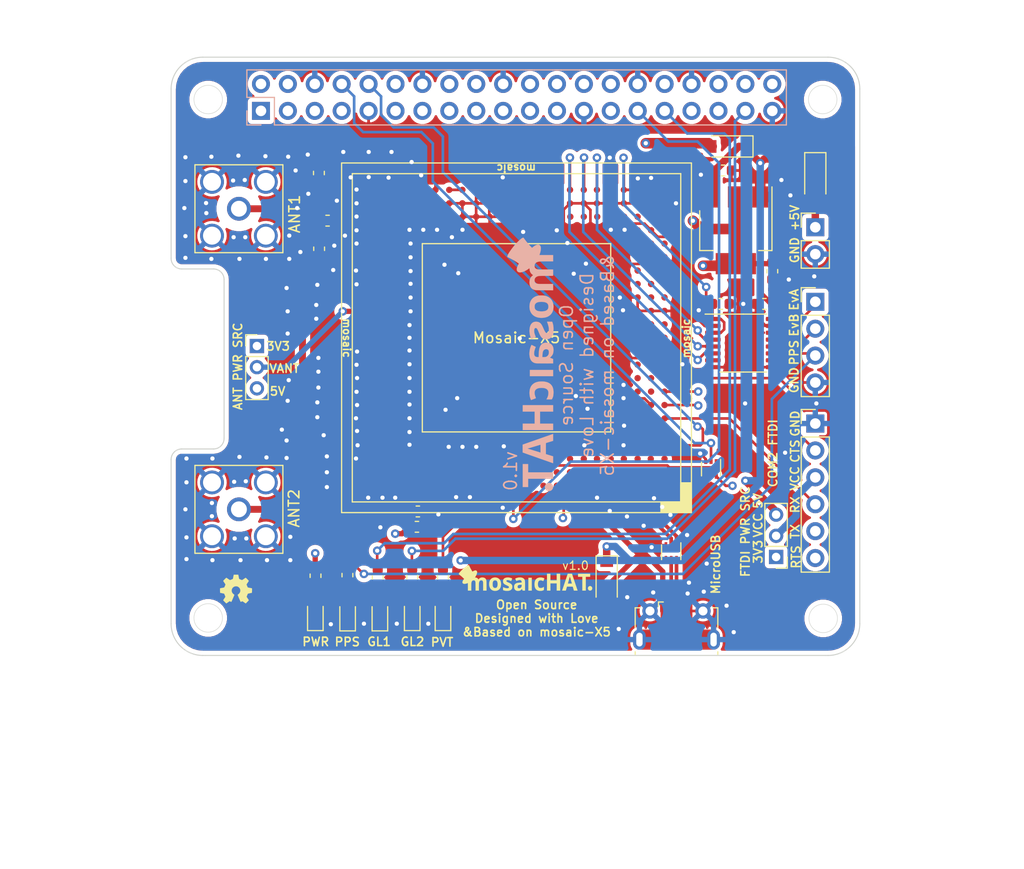
<source format=kicad_pcb>
(kicad_pcb (version 20171130) (host pcbnew "(5.1.6)-1")
  (layers (0 F.Cu mixed) (1 In1.Cu power) (2 In2.Cu power) (31 B.Cu mixed) (34 B.Paste user) (35 F.Paste user) (36 B.SilkS user) (37 F.SilkS user) (38 B.Mask user hide) (39 F.Mask user hide) (44 Edge.Cuts user))
  (net 0 "")
  (net 1 GND)
  (net 2 +3V3)
  (net 3 /USB_V)
  (net 4 /RPI_P5V)
  (net 5 /GPLED)
  (net 6 /USB_P)
  (net 7 /USB_N)
  (net 8 /ANT1)
  (net 9 /ANT2)
  (net 10 /VANT)
  (net 11 +1V8)
  (net 12 /MosaicRX2)
  (net 13 /MosaicTX2)
  (net 14 +5V)
  (net 15 /MosaicCTS2)
  (net 16 /MosaicRTS2)
  (net 17 /External_5V)
  (net 18 "Net-(D4-Pad2)")
  (net 19 "Net-(D6-Pad2)")
  (net 20 "Net-(D7-Pad2)")
  (net 21 "Net-(D8-Pad2)")
  (net 22 /RPI_GP1)
  (net 23 /RPI_GP2)
  (net 24 /EVENTA_3V3)
  (net 25 /EVENTB_3V3)
  (net 26 /PPSO_3V3)
  (net 27 /PPSO_1V8)
  (net 28 /EVENTB_1V8)
  (net 29 /EVENTA_1V8)
  (net 30 /FTDI_PWR)
  (net 31 /D-)
  (net 32 /D+)
  (net 33 /MosaicTX1)
  (net 34 /MosaicRX1)
  (net 35 /nRST_IN)
  (net 36 /MODULE_RDY)
  (net 37 /MosaicRX1_BufferOUT)
  (net 38 "Net-(D5-Pad2)")
  (net 39 "Net-(C3-Pad1)")
  (net 40 "Net-(J3-Pad4)")
  (net 41 "Net-(J4-Pad40)")
  (net 42 "Net-(J4-Pad38)")
  (net 43 "Net-(J4-Pad36)")
  (net 44 "Net-(J4-Pad35)")
  (net 45 "Net-(J4-Pad33)")
  (net 46 "Net-(J4-Pad32)")
  (net 47 "Net-(J4-Pad28)")
  (net 48 "Net-(J4-Pad27)")
  (net 49 "Net-(J4-Pad26)")
  (net 50 "Net-(J4-Pad24)")
  (net 51 "Net-(J4-Pad23)")
  (net 52 "Net-(J4-Pad22)")
  (net 53 "Net-(J4-Pad21)")
  (net 54 "Net-(J4-Pad19)")
  (net 55 "Net-(J4-Pad18)")
  (net 56 "Net-(J4-Pad17)")
  (net 57 "Net-(J4-Pad16)")
  (net 58 "Net-(J4-Pad15)")
  (net 59 "Net-(J4-Pad13)")
  (net 60 "Net-(J4-Pad12)")
  (net 61 "Net-(J4-Pad11)")
  (net 62 "Net-(J4-Pad7)")
  (net 63 "Net-(J4-Pad5)")
  (net 64 "Net-(J4-Pad3)")
  (net 65 "Net-(J4-Pad1)")
  (net 66 "Net-(U1-PadC1)")
  (net 67 "Net-(U1-PadC2)")
  (net 68 "Net-(U1-PadB2)")
  (net 69 "Net-(U1-PadA2)")
  (net 70 "Net-(U1-PadB3)")
  (net 71 "Net-(U1-PadC3)")
  (net 72 "Net-(U1-PadC5)")
  (net 73 "Net-(U1-PadC6)")
  (net 74 "Net-(U1-PadC8)")
  (net 75 "Net-(U1-PadB9)")
  (net 76 "Net-(U1-PadC11)")
  (net 77 "Net-(U1-PadB12)")
  (net 78 "Net-(U1-PadA13)")
  (net 79 "Net-(U1-PadA9)")
  (net 80 "Net-(U1-PadC10)")
  (net 81 "Net-(U1-PadC13)")
  (net 82 "Net-(U1-PadC12)")
  (net 83 "Net-(U1-PadB10)")
  (net 84 "Net-(U1-PadB14)")
  (net 85 "Net-(U1-PadC14)")
  (net 86 "Net-(U1-PadC9)")
  (net 87 "Net-(U1-PadB15)")
  (net 88 "Net-(U1-PadB11)")
  (net 89 "Net-(U1-PadA10)")
  (net 90 "Net-(U1-PadB16)")
  (net 91 "Net-(U1-PadC21)")
  (net 92 "Net-(U1-PadB23)")
  (net 93 "Net-(U1-PadB22)")
  (net 94 "Net-(U1-PadD3)")
  (net 95 "Net-(U1-PadAA5)")
  (net 96 "Net-(U1-PadAA3)")
  (net 97 "Net-(U1-PadAA2)")
  (net 98 "Net-(U1-PadAA4)")
  (net 99 "Net-(U1-PadAA6)")
  (net 100 "Net-(U1-PadAA11)")
  (net 101 "Net-(U1-PadAA12)")
  (net 102 "Net-(U1-PadAA8)")
  (net 103 "Net-(U1-PadAA9)")
  (net 104 "Net-(U1-PadAA10)")
  (net 105 "Net-(U1-PadAA7)")
  (net 106 "Net-(U1-PadAA1)")
  (net 107 "Net-(U1-PadAB1)")
  (net 108 "Net-(U1-PadAB9)")
  (net 109 "Net-(U1-PadAB10)")
  (net 110 "Net-(U1-PadAB11)")
  (net 111 "Net-(U1-PadAB12)")
  (net 112 "Net-(U1-PadAC1)")
  (net 113 "Net-(U1-PadAC2)")
  (net 114 "Net-(U1-PadAC5)")
  (net 115 "Net-(U1-PadAC11)")
  (net 116 "Net-(U1-PadAC12)")
  (net 117 "Net-(U1-PadAC14)")
  (net 118 "Net-(U1-PadAC10)")
  (net 119 "Net-(U1-PadAC9)")
  (net 120 "Net-(U1-PadE3)")
  (net 121 "Net-(U1-PadE1)")
  (net 122 "Net-(U1-PadG3)")
  (net 123 "Net-(U1-PadG22)")
  (net 124 "Net-(U1-PadF2)")
  (net 125 "Net-(U1-PadF3)")
  (net 126 "Net-(U1-PadH3)")
  (net 127 "Net-(U1-PadH2)")
  (net 128 "Net-(U1-PadV1)")
  (net 129 "Net-(U1-PadU1)")
  (net 130 "Net-(U1-PadK1)")
  (net 131 "Net-(U1-PadV3)")
  (net 132 "Net-(U1-PadJ2)")
  (net 133 "Net-(U1-PadU3)")
  (net 134 "Net-(U1-PadL2)")
  (net 135 "Net-(U1-PadL1)")
  (net 136 "Net-(U1-PadV2)")
  (net 137 "Net-(U1-PadK3)")
  (net 138 "Net-(U1-PadL3)")
  (net 139 "Net-(U1-PadJ3)")
  (net 140 "Net-(U1-PadW3)")
  (net 141 "Net-(U1-PadY3)")
  (net 142 "Net-(U1-PadY1)")
  (net 143 "Net-(U1-PadW1)")
  (net 144 "Net-(U1-PadW2)")
  (net 145 "Net-(U1-PadR2)")
  (net 146 "Net-(U1-PadR1)")
  (net 147 "Net-(U1-PadN2)")
  (net 148 "Net-(U1-PadM3)")
  (net 149 "Net-(U1-PadN3)")
  (net 150 "Net-(U1-PadM2)")
  (net 151 "Net-(U1-PadM1)")
  (net 152 "Net-(U1-PadN1)")
  (net 153 "Net-(U1-PadT3)")
  (net 154 "Net-(U1-PadT2)")
  (net 155 "Net-(U1-PadT1)")
  (net 156 "Net-(U3-Pad10)")
  (net 157 "Net-(U3-Pad7)")
  (net 158 /REF)
  (net 159 /2V8)
  (module openHW_small (layer F.Cu) (at 126.61 71.83)
    (fp_text reference G*** hide)
    (fp_text value LOGO hide)
  )
  (module nice2 (layer B.Cu) (at 154.78 50.53 270)
    (fp_text reference G*** hide)
    (fp_text value LOGO hide)
  )
  (module Mosaichatv1.0_footprints:mosaicHAT_logo (layer F.Cu) (at 153.96 70.89)
    (fp_text reference G*** hide)
    (fp_text value LOGO hide)
  )
  (module Mosaichatv1.0_footprints:mosaic_X5 (layer F.Cu) (at 153.1 48 270)
    (fp_text reference U1 hide)
    (fp_text value mosaic-X5)
    (fp_text user Mosaic-X5 (at 0 0 180) (layer F.SilkS))
    (pad B1 smd circle (at 12.7 -13.97 270) (size 0.6 0.6) (layers F.Cu F.Paste F.Mask) (net 37 /MosaicRX1_BufferOUT))
    (pad C1 smd circle (at 11.43 -13.97 270) (size 0.6 0.6) (layers F.Cu F.Paste F.Mask) (net 66 "Net-(U1-PadC1)"))
    (pad C2 smd circle (at 11.43 -12.67 270) (size 0.6 0.6) (layers F.Cu F.Paste F.Mask) (net 67 "Net-(U1-PadC2)"))
    (pad B2 smd circle (at 12.7 -12.67 270) (size 0.6 0.6) (layers F.Cu F.Paste F.Mask) (net 68 "Net-(U1-PadB2)"))
    (pad A2 smd circle (at 13.97 -12.7 270) (size 0.6 0.6) (layers F.Cu F.Paste F.Mask) (net 69 "Net-(U1-PadA2)"))
    (pad A3 smd circle (at 13.97 -11.43 270) (size 0.6 0.6) (layers F.Cu F.Paste F.Mask) (net 1 GND))
    (pad B3 smd circle (at 12.7 -11.43 270) (size 0.6 0.6) (layers F.Cu F.Paste F.Mask) (net 70 "Net-(U1-PadB3)"))
    (pad C3 smd circle (at 11.43 -11.43 270) (size 0.6 0.6) (layers F.Cu F.Paste F.Mask) (net 71 "Net-(U1-PadC3)"))
    (pad C4 smd circle (at 11.43 -10.13 270) (size 0.6 0.6) (layers F.Cu F.Paste F.Mask) (net 1 GND))
    (pad B4 smd circle (at 12.7 -10.13 270) (size 0.6 0.6) (layers F.Cu F.Paste F.Mask) (net 1 GND))
    (pad A4 smd circle (at 13.97 -10.16 270) (size 0.6 0.6) (layers F.Cu F.Paste F.Mask) (net 1 GND))
    (pad A5 smd circle (at 13.97 -8.89 270) (size 0.6 0.6) (layers F.Cu F.Paste F.Mask) (net 6 /USB_P))
    (pad B6 smd circle (at 12.7 -7.59 270) (size 0.6 0.6) (layers F.Cu F.Paste F.Mask) (net 1 GND))
    (pad A6 smd circle (at 13.97 -7.62 270) (size 0.6 0.6) (layers F.Cu F.Paste F.Mask) (net 7 /USB_N))
    (pad B5 smd circle (at 12.7 -8.89 270) (size 0.6 0.6) (layers F.Cu F.Paste F.Mask) (net 1 GND))
    (pad C5 smd circle (at 11.43 -8.89 270) (size 0.6 0.6) (layers F.Cu F.Paste F.Mask) (net 72 "Net-(U1-PadC5)"))
    (pad C6 smd circle (at 11.43 -7.59 270) (size 0.6 0.6) (layers F.Cu F.Paste F.Mask) (net 73 "Net-(U1-PadC6)"))
    (pad A7 smd circle (at 13.97 -6.35 270) (size 0.6 0.6) (layers F.Cu F.Paste F.Mask) (net 1 GND))
    (pad A8 smd circle (at 13.97 -5.08 270) (size 0.6 0.6) (layers F.Cu F.Paste F.Mask) (net 3 /USB_V))
    (pad C8 smd circle (at 11.43 -5.05 270) (size 0.6 0.6) (layers F.Cu F.Paste F.Mask) (net 74 "Net-(U1-PadC8)"))
    (pad B7 smd circle (at 12.7 -6.35 270) (size 0.6 0.6) (layers F.Cu F.Paste F.Mask) (net 1 GND))
    (pad B8 smd circle (at 12.7 -5.05 270) (size 0.6 0.6) (layers F.Cu F.Paste F.Mask) (net 2 +3V3))
    (pad C7 smd circle (at 11.43 -6.35 270) (size 0.6 0.6) (layers F.Cu F.Paste F.Mask) (net 1 GND))
    (pad B9 smd circle (at 12.7 -3.81 270) (size 0.6 0.6) (layers F.Cu F.Paste F.Mask) (net 75 "Net-(U1-PadB9)"))
    (pad C11 smd circle (at 11.43 -1.27 270) (size 0.6 0.6) (layers F.Cu F.Paste F.Mask) (net 76 "Net-(U1-PadC11)"))
    (pad B12 smd circle (at 12.7 0.03 270) (size 0.6 0.6) (layers F.Cu F.Paste F.Mask) (net 77 "Net-(U1-PadB12)"))
    (pad A13 smd circle (at 13.97 1.27 270) (size 0.6 0.6) (layers F.Cu F.Paste F.Mask) (net 78 "Net-(U1-PadA13)"))
    (pad C15 smd circle (at 11.43 3.81 270) (size 0.6 0.6) (layers F.Cu F.Paste F.Mask) (net 1 GND))
    (pad A12 smd circle (at 13.97 0 270) (size 0.6 0.6) (layers F.Cu F.Paste F.Mask) (net 36 /MODULE_RDY))
    (pad A9 smd circle (at 13.97 -3.81 270) (size 0.6 0.6) (layers F.Cu F.Paste F.Mask) (net 79 "Net-(U1-PadA9)"))
    (pad C10 smd circle (at 11.43 -2.51 270) (size 0.6 0.6) (layers F.Cu F.Paste F.Mask) (net 80 "Net-(U1-PadC10)"))
    (pad C13 smd circle (at 11.43 1.27 270) (size 0.6 0.6) (layers F.Cu F.Paste F.Mask) (net 81 "Net-(U1-PadC13)"))
    (pad C12 smd circle (at 11.43 0.03 270) (size 0.6 0.6) (layers F.Cu F.Paste F.Mask) (net 82 "Net-(U1-PadC12)"))
    (pad A16 smd circle (at 13.97 5.08 270) (size 0.6 0.6) (layers F.Cu F.Paste F.Mask) (net 1 GND))
    (pad B13 smd circle (at 12.7 1.27 270) (size 0.6 0.6) (layers F.Cu F.Paste F.Mask) (net 1 GND))
    (pad B10 smd circle (at 12.7 -2.51 270) (size 0.6 0.6) (layers F.Cu F.Paste F.Mask) (net 83 "Net-(U1-PadB10)"))
    (pad B14 smd circle (at 12.7 2.57 270) (size 0.6 0.6) (layers F.Cu F.Paste F.Mask) (net 84 "Net-(U1-PadB14)"))
    (pad C14 smd circle (at 11.43 2.57 270) (size 0.6 0.6) (layers F.Cu F.Paste F.Mask) (net 85 "Net-(U1-PadC14)"))
    (pad C9 smd circle (at 11.43 -3.81 270) (size 0.6 0.6) (layers F.Cu F.Paste F.Mask) (net 86 "Net-(U1-PadC9)"))
    (pad B15 smd circle (at 12.7 3.81 270) (size 0.6 0.6) (layers F.Cu F.Paste F.Mask) (net 87 "Net-(U1-PadB15)"))
    (pad A11 smd circle (at 13.97 -1.27 270) (size 0.6 0.6) (layers F.Cu F.Paste F.Mask) (net 35 /nRST_IN))
    (pad A14 smd circle (at 13.97 2.54 270) (size 0.6 0.6) (layers F.Cu F.Paste F.Mask) (net 5 /GPLED))
    (pad B11 smd circle (at 12.7 -1.27 270) (size 0.6 0.6) (layers F.Cu F.Paste F.Mask) (net 88 "Net-(U1-PadB11)"))
    (pad A15 smd circle (at 13.97 3.81 270) (size 0.6 0.6) (layers F.Cu F.Paste F.Mask) (net 1 GND))
    (pad A10 smd circle (at 13.97 -2.54 270) (size 0.6 0.6) (layers F.Cu F.Paste F.Mask) (net 89 "Net-(U1-PadA10)"))
    (pad C16 smd circle (at 11.43 5.11 270) (size 0.6 0.6) (layers F.Cu F.Paste F.Mask) (net 1 GND))
    (pad B16 smd circle (at 12.7 5.11 270) (size 0.6 0.6) (layers F.Cu F.Paste F.Mask) (net 90 "Net-(U1-PadB16)"))
    (pad C22 smd circle (at 11.43 12.73 270) (size 0.6 0.6) (layers F.Cu F.Paste F.Mask))
    (pad B20 smd circle (at 12.7 10.19 270) (size 0.6 0.6) (layers F.Cu F.Paste F.Mask) (net 2 +3V3))
    (pad A22 smd circle (at 13.97 12.7 270) (size 0.6 0.6) (layers F.Cu F.Paste F.Mask) (net 1 GND))
    (pad C17 smd circle (at 11.43 6.35 270) (size 0.6 0.6) (layers F.Cu F.Paste F.Mask) (net 1 GND))
    (pad A23 smd circle (at 13.97 13.97 270) (size 0.6 0.6) (layers F.Cu F.Paste F.Mask) (net 1 GND))
    (pad A17 smd circle (at 13.97 6.35 270) (size 0.6 0.6) (layers F.Cu F.Paste F.Mask) (net 1 GND))
    (pad B18 smd circle (at 12.7 7.65 270) (size 0.6 0.6) (layers F.Cu F.Paste F.Mask) (net 2 +3V3))
    (pad C21 smd circle (at 11.43 11.43 270) (size 0.6 0.6) (layers F.Cu F.Paste F.Mask) (net 91 "Net-(U1-PadC21)"))
    (pad C18 smd circle (at 11.43 7.65 270) (size 0.6 0.6) (layers F.Cu F.Paste F.Mask) (net 2 +3V3))
    (pad C19 smd circle (at 11.43 8.89 270) (size 0.6 0.6) (layers F.Cu F.Paste F.Mask) (net 2 +3V3))
    (pad A18 smd circle (at 13.97 7.62 270) (size 0.6 0.6) (layers F.Cu F.Paste F.Mask) (net 2 +3V3))
    (pad C23 smd circle (at 11.43 13.97 270) (size 0.6 0.6) (layers F.Cu F.Paste F.Mask) (net 1 GND))
    (pad B21 smd circle (at 12.7 11.43 270) (size 0.6 0.6) (layers F.Cu F.Paste F.Mask) (net 1 GND))
    (pad B23 smd circle (at 12.7 13.97 270) (size 0.6 0.6) (layers F.Cu F.Paste F.Mask) (net 92 "Net-(U1-PadB23)"))
    (pad A21 smd circle (at 13.97 11.43 270) (size 0.6 0.6) (layers F.Cu F.Paste F.Mask) (net 1 GND))
    (pad A19 smd circle (at 13.97 8.89 270) (size 0.6 0.6) (layers F.Cu F.Paste F.Mask) (net 2 +3V3))
    (pad C20 smd circle (at 11.43 10.19 270) (size 0.6 0.6) (layers F.Cu F.Paste F.Mask) (net 2 +3V3))
    (pad B22 smd circle (at 12.7 12.73 270) (size 0.6 0.6) (layers F.Cu F.Paste F.Mask) (net 93 "Net-(U1-PadB22)"))
    (pad B19 smd circle (at 12.7 8.89 270) (size 0.6 0.6) (layers F.Cu F.Paste F.Mask) (net 2 +3V3))
    (pad A20 smd circle (at 13.97 10.16 270) (size 0.6 0.6) (layers F.Cu F.Paste F.Mask) (net 2 +3V3))
    (pad B17 smd circle (at 12.7 6.35 270) (size 0.6 0.6) (layers F.Cu F.Paste F.Mask) (net 1 GND))
    (pad D3 smd circle (at 10.16 -11.43 180) (size 0.6 0.6) (layers F.Cu F.Paste F.Mask) (net 94 "Net-(U1-PadD3)"))
    (pad D2 smd circle (at 10.16 -12.7 180) (size 0.6 0.6) (layers F.Cu F.Paste F.Mask) (net 1 GND))
    (pad D1 smd circle (at 10.16 -13.97 180) (size 0.6 0.6) (layers F.Cu F.Paste F.Mask) (net 33 /MosaicTX1))
    (pad D22 smd circle (at 10.16 12.7 180) (size 0.6 0.6) (layers F.Cu F.Paste F.Mask) (net 1 GND))
    (pad D23 smd circle (at 10.16 13.97 180) (size 0.6 0.6) (layers F.Cu F.Paste F.Mask) (net 1 GND))
    (pad D21 smd circle (at 10.16 11.43 180) (size 0.6 0.6) (layers F.Cu F.Paste F.Mask) (net 1 GND))
    (pad AA5 smd circle (at -11.43 -8.89 270) (size 0.6 0.6) (layers F.Cu F.Paste F.Mask) (net 95 "Net-(U1-PadAA5)"))
    (pad AA3 smd circle (at -11.43 -11.43 270) (size 0.6 0.6) (layers F.Cu F.Paste F.Mask) (net 96 "Net-(U1-PadAA3)"))
    (pad AA2 smd circle (at -11.43 -12.7 270) (size 0.6 0.6) (layers F.Cu F.Paste F.Mask) (net 97 "Net-(U1-PadAA2)"))
    (pad AA4 smd circle (at -11.43 -10.16 270) (size 0.6 0.6) (layers F.Cu F.Paste F.Mask) (net 98 "Net-(U1-PadAA4)"))
    (pad AA6 smd circle (at -11.43 -7.62 270) (size 0.6 0.6) (layers F.Cu F.Paste F.Mask) (net 99 "Net-(U1-PadAA6)"))
    (pad AA11 smd circle (at -11.43 -1.27 270) (size 0.6 0.6) (layers F.Cu F.Paste F.Mask) (net 100 "Net-(U1-PadAA11)"))
    (pad AA23 smd circle (at -11.43 13.97 270) (size 0.6 0.6) (layers F.Cu F.Paste F.Mask) (net 1 GND))
    (pad AA12 smd circle (at -11.43 0 270) (size 0.6 0.6) (layers F.Cu F.Paste F.Mask) (net 101 "Net-(U1-PadAA12)"))
    (pad AA8 smd circle (at -11.43 -5.08 270) (size 0.6 0.6) (layers F.Cu F.Paste F.Mask) (net 102 "Net-(U1-PadAA8)"))
    (pad AA14 smd circle (at -11.43 2.54 270) (size 0.6 0.6) (layers F.Cu F.Paste F.Mask) (net 1 GND))
    (pad AA9 smd circle (at -11.43 -3.81 270) (size 0.6 0.6) (layers F.Cu F.Paste F.Mask) (net 103 "Net-(U1-PadAA9)"))
    (pad AA21 smd circle (at -11.43 11.43 270) (size 0.6 0.6) (layers F.Cu F.Paste F.Mask) (net 1 GND))
    (pad AA17 smd circle (at -11.43 6.35 270) (size 0.6 0.6) (layers F.Cu F.Paste F.Mask) (net 1 GND))
    (pad AA20 smd circle (at -11.43 10.16 270) (size 0.6 0.6) (layers F.Cu F.Paste F.Mask) (net 1 GND))
    (pad AA10 smd circle (at -11.43 -2.54 270) (size 0.6 0.6) (layers F.Cu F.Paste F.Mask) (net 104 "Net-(U1-PadAA10)"))
    (pad AA13 smd circle (at -11.43 1.27 270) (size 0.6 0.6) (layers F.Cu F.Paste F.Mask) (net 1 GND))
    (pad AA18 smd circle (at -11.43 7.62 270) (size 0.6 0.6) (layers F.Cu F.Paste F.Mask) (net 1 GND))
    (pad AA22 smd circle (at -11.43 12.7 270) (size 0.6 0.6) (layers F.Cu F.Paste F.Mask) (net 1 GND))
    (pad AA7 smd circle (at -11.43 -6.35 270) (size 0.6 0.6) (layers F.Cu F.Paste F.Mask) (net 105 "Net-(U1-PadAA7)"))
    (pad AA19 smd circle (at -11.43 8.89 270) (size 0.6 0.6) (layers F.Cu F.Paste F.Mask) (net 1 GND))
    (pad AA16 smd circle (at -11.43 5.08 270) (size 0.6 0.6) (layers F.Cu F.Paste F.Mask) (net 1 GND))
    (pad AA15 smd circle (at -11.43 3.81 270) (size 0.6 0.6) (layers F.Cu F.Paste F.Mask) (net 1 GND))
    (pad AA1 smd circle (at -11.43 -13.97 270) (size 0.6 0.6) (layers F.Cu F.Paste F.Mask) (net 106 "Net-(U1-PadAA1)"))
    (pad AB1 smd circle (at -12.7 -13.97 270) (size 0.6 0.6) (layers F.Cu F.Paste F.Mask) (net 107 "Net-(U1-PadAB1)"))
    (pad AB3 smd circle (at -12.7 -11.43 270) (size 0.6 0.6) (layers F.Cu F.Paste F.Mask) (net 1 GND))
    (pad AB4 smd circle (at -12.7 -10.13 270) (size 0.6 0.6) (layers F.Cu F.Paste F.Mask) (net 1 GND))
    (pad AB2 smd circle (at -12.7 -12.67 270) (size 0.6 0.6) (layers F.Cu F.Paste F.Mask) (net 1 GND))
    (pad AB6 smd circle (at -12.7 -7.59 270) (size 0.6 0.6) (layers F.Cu F.Paste F.Mask) (net 1 GND))
    (pad AB5 smd circle (at -12.7 -8.89 270) (size 0.6 0.6) (layers F.Cu F.Paste F.Mask) (net 1 GND))
    (pad AB9 smd circle (at -12.7 -3.81 270) (size 0.6 0.6) (layers F.Cu F.Paste F.Mask) (net 108 "Net-(U1-PadAB9)"))
    (pad AB10 smd circle (at -12.7 -2.51 270) (size 0.6 0.6) (layers F.Cu F.Paste F.Mask) (net 109 "Net-(U1-PadAB10)"))
    (pad AB14 smd circle (at -12.7 2.57 270) (size 0.6 0.6) (layers F.Cu F.Paste F.Mask) (net 1 GND))
    (pad AB15 smd circle (at -12.7 3.81 270) (size 0.6 0.6) (layers F.Cu F.Paste F.Mask) (net 1 GND))
    (pad AB23 smd circle (at -12.7 13.97 270) (size 0.6 0.6) (layers F.Cu F.Paste F.Mask) (net 1 GND))
    (pad AB19 smd circle (at -12.7 8.89 270) (size 0.6 0.6) (layers F.Cu F.Paste F.Mask) (net 1 GND))
    (pad AB16 smd circle (at -12.7 5.11 270) (size 0.6 0.6) (layers F.Cu F.Paste F.Mask) (net 1 GND))
    (pad AB17 smd circle (at -12.7 6.35 270) (size 0.6 0.6) (layers F.Cu F.Paste F.Mask) (net 1 GND))
    (pad AB22 smd circle (at -12.7 12.73 270) (size 0.6 0.6) (layers F.Cu F.Paste F.Mask) (net 1 GND))
    (pad AB21 smd circle (at -12.7 11.43 270) (size 0.6 0.6) (layers F.Cu F.Paste F.Mask) (net 1 GND))
    (pad AB20 smd circle (at -12.7 10.19 270) (size 0.6 0.6) (layers F.Cu F.Paste F.Mask) (net 1 GND))
    (pad AB13 smd circle (at -12.7 1.27 270) (size 0.6 0.6) (layers F.Cu F.Paste F.Mask) (net 1 GND))
    (pad AB7 smd circle (at -12.7 -6.35 270) (size 0.6 0.6) (layers F.Cu F.Paste F.Mask) (net 1 GND))
    (pad AB8 smd circle (at -12.7 -5.05 270) (size 0.6 0.6) (layers F.Cu F.Paste F.Mask) (net 1 GND))
    (pad AB11 smd circle (at -12.7 -1.27 270) (size 0.6 0.6) (layers F.Cu F.Paste F.Mask) (net 110 "Net-(U1-PadAB11)"))
    (pad AB12 smd circle (at -12.7 0.03 270) (size 0.6 0.6) (layers F.Cu F.Paste F.Mask) (net 111 "Net-(U1-PadAB12)"))
    (pad AB18 smd circle (at -12.7 7.65 270) (size 0.6 0.6) (layers F.Cu F.Paste F.Mask) (net 1 GND))
    (pad AC1 smd circle (at -13.97 -13.97 270) (size 0.6 0.6) (layers F.Cu F.Paste F.Mask) (net 112 "Net-(U1-PadAC1)"))
    (pad AC2 smd circle (at -13.97 -12.67 270) (size 0.6 0.6) (layers F.Cu F.Paste F.Mask) (net 113 "Net-(U1-PadAC2)"))
    (pad AC4 smd circle (at -13.97 -10.13 270) (size 0.6 0.6) (layers F.Cu F.Paste F.Mask) (net 11 +1V8))
    (pad AC3 smd circle (at -13.97 -11.43 270) (size 0.6 0.6) (layers F.Cu F.Paste F.Mask) (net 11 +1V8))
    (pad AC5 smd circle (at -13.97 -8.89 270) (size 0.6 0.6) (layers F.Cu F.Paste F.Mask) (net 114 "Net-(U1-PadAC5)"))
    (pad AC6 smd circle (at -13.97 -7.59 270) (size 0.6 0.6) (layers F.Cu F.Paste F.Mask) (net 29 /EVENTA_1V8))
    (pad AC22 smd circle (at -13.97 12.73 270) (size 0.6 0.6) (layers F.Cu F.Paste F.Mask) (net 1 GND))
    (pad AC16 smd circle (at -13.97 5.11 270) (size 0.6 0.6) (layers F.Cu F.Paste F.Mask) (net 158 /REF))
    (pad AC17 smd circle (at -13.97 6.35 270) (size 0.6 0.6) (layers F.Cu F.Paste F.Mask) (net 158 /REF))
    (pad AC11 smd circle (at -13.97 -1.27 270) (size 0.6 0.6) (layers F.Cu F.Paste F.Mask) (net 115 "Net-(U1-PadAC11)"))
    (pad AC13 smd circle (at -13.97 1.27 270) (size 0.6 0.6) (layers F.Cu F.Paste F.Mask) (net 1 GND))
    (pad AC12 smd circle (at -13.97 0.03 270) (size 0.6 0.6) (layers F.Cu F.Paste F.Mask) (net 116 "Net-(U1-PadAC12)"))
    (pad AC15 smd circle (at -13.97 3.81 270) (size 0.6 0.6) (layers F.Cu F.Paste F.Mask) (net 1 GND))
    (pad AC21 smd circle (at -13.97 11.43 270) (size 0.6 0.6) (layers F.Cu F.Paste F.Mask) (net 1 GND))
    (pad AC20 smd circle (at -13.97 10.19 270) (size 0.6 0.6) (layers F.Cu F.Paste F.Mask) (net 8 /ANT1))
    (pad AC18 smd circle (at -13.97 7.65 270) (size 0.6 0.6) (layers F.Cu F.Paste F.Mask) (net 1 GND))
    (pad AC7 smd circle (at -13.97 -6.35 270) (size 0.6 0.6) (layers F.Cu F.Paste F.Mask) (net 28 /EVENTB_1V8))
    (pad AC19 smd circle (at -13.97 8.89 270) (size 0.6 0.6) (layers F.Cu F.Paste F.Mask) (net 1 GND))
    (pad AC14 smd circle (at -13.97 2.57 270) (size 0.6 0.6) (layers F.Cu F.Paste F.Mask) (net 117 "Net-(U1-PadAC14)"))
    (pad AC23 smd circle (at -13.97 13.97 270) (size 0.6 0.6) (layers F.Cu F.Paste F.Mask) (net 1 GND))
    (pad AC10 smd circle (at -13.97 -2.51 270) (size 0.6 0.6) (layers F.Cu F.Paste F.Mask) (net 118 "Net-(U1-PadAC10)"))
    (pad AC8 smd circle (at -13.97 -5.05 270) (size 0.6 0.6) (layers F.Cu F.Paste F.Mask) (net 27 /PPSO_1V8))
    (pad AC9 smd circle (at -13.97 -3.81 270) (size 0.6 0.6) (layers F.Cu F.Paste F.Mask) (net 119 "Net-(U1-PadAC9)"))
    (pad E2 smd circle (at 8.89 -12.7 180) (size 0.6 0.6) (layers F.Cu F.Paste F.Mask) (net 1 GND))
    (pad E3 smd circle (at 8.89 -11.43 180) (size 0.6 0.6) (layers F.Cu F.Paste F.Mask) (net 120 "Net-(U1-PadE3)"))
    (pad E1 smd circle (at 8.89 -13.97 180) (size 0.6 0.6) (layers F.Cu F.Paste F.Mask) (net 121 "Net-(U1-PadE1)"))
    (pad E22 smd circle (at 8.89 12.7 180) (size 0.6 0.6) (layers F.Cu F.Paste F.Mask) (net 1 GND))
    (pad E21 smd circle (at 8.89 11.43 180) (size 0.6 0.6) (layers F.Cu F.Paste F.Mask) (net 1 GND))
    (pad E23 smd circle (at 8.89 13.97 180) (size 0.6 0.6) (layers F.Cu F.Paste F.Mask) (net 1 GND))
    (pad G21 smd circle (at 6.35 11.43 180) (size 0.6 0.6) (layers F.Cu F.Paste F.Mask) (net 1 GND))
    (pad G23 smd circle (at 6.35 13.97 180) (size 0.6 0.6) (layers F.Cu F.Paste F.Mask) (net 1 GND))
    (pad G2 smd circle (at 6.35 -12.7 180) (size 0.6 0.6) (layers F.Cu F.Paste F.Mask) (net 1 GND))
    (pad G3 smd circle (at 6.35 -11.43 180) (size 0.6 0.6) (layers F.Cu F.Paste F.Mask) (net 122 "Net-(U1-PadG3)"))
    (pad G22 smd circle (at 6.35 12.7 180) (size 0.6 0.6) (layers F.Cu F.Paste F.Mask) (net 123 "Net-(U1-PadG22)"))
    (pad G1 smd circle (at 6.35 -13.97 180) (size 0.6 0.6) (layers F.Cu F.Paste F.Mask) (net 16 /MosaicRTS2))
    (pad F2 smd circle (at 7.62 -12.7 180) (size 0.6 0.6) (layers F.Cu F.Paste F.Mask) (net 124 "Net-(U1-PadF2)"))
    (pad F3 smd circle (at 7.62 -11.43 180) (size 0.6 0.6) (layers F.Cu F.Paste F.Mask) (net 125 "Net-(U1-PadF3)"))
    (pad F1 smd circle (at 7.62 -13.97 180) (size 0.6 0.6) (layers F.Cu F.Paste F.Mask) (net 12 /MosaicRX2))
    (pad F22 smd circle (at 7.62 12.7 180) (size 0.6 0.6) (layers F.Cu F.Paste F.Mask) (net 1 GND))
    (pad F21 smd circle (at 7.62 11.43 180) (size 0.6 0.6) (layers F.Cu F.Paste F.Mask) (net 1 GND))
    (pad F23 smd circle (at 7.62 13.97 180) (size 0.6 0.6) (layers F.Cu F.Paste F.Mask) (net 1 GND))
    (pad H23 smd circle (at 5.08 13.97 180) (size 0.6 0.6) (layers F.Cu F.Paste F.Mask) (net 1 GND))
    (pad H21 smd circle (at 5.08 11.43 180) (size 0.6 0.6) (layers F.Cu F.Paste F.Mask) (net 1 GND))
    (pad H3 smd circle (at 5.08 -11.43 180) (size 0.6 0.6) (layers F.Cu F.Paste F.Mask) (net 126 "Net-(U1-PadH3)"))
    (pad H1 smd circle (at 5.08 -13.97 180) (size 0.6 0.6) (layers F.Cu F.Paste F.Mask) (net 13 /MosaicTX2))
    (pad H22 smd circle (at 5.08 12.7 180) (size 0.6 0.6) (layers F.Cu F.Paste F.Mask) (net 1 GND))
    (pad H2 smd circle (at 5.08 -12.7 180) (size 0.6 0.6) (layers F.Cu F.Paste F.Mask) (net 127 "Net-(U1-PadH2)"))
    (pad V1 smd circle (at -7.62 -13.97 180) (size 0.6 0.6) (layers F.Cu F.Paste F.Mask) (net 128 "Net-(U1-PadV1)"))
    (pad U1 smd circle (at -6.35 -13.97 180) (size 0.6 0.6) (layers F.Cu F.Paste F.Mask) (net 129 "Net-(U1-PadU1)"))
    (pad U2 smd circle (at -6.35 -12.7 180) (size 0.6 0.6) (layers F.Cu F.Paste F.Mask) (net 1 GND))
    (pad K2 smd circle (at 2.54 -12.7 180) (size 0.6 0.6) (layers F.Cu F.Paste F.Mask) (net 1 GND))
    (pad K22 smd circle (at 2.54 12.7 180) (size 0.6 0.6) (layers F.Cu F.Paste F.Mask) (net 1 GND))
    (pad M21 smd circle (at 0 11.43 180) (size 0.6 0.6) (layers F.Cu F.Paste F.Mask) (net 1 GND))
    (pad K1 smd circle (at 2.54 -13.97 180) (size 0.6 0.6) (layers F.Cu F.Paste F.Mask) (net 130 "Net-(U1-PadK1)"))
    (pad V3 smd circle (at -7.62 -11.43 180) (size 0.6 0.6) (layers F.Cu F.Paste F.Mask) (net 131 "Net-(U1-PadV3)"))
    (pad J2 smd circle (at 3.81 -12.7 180) (size 0.6 0.6) (layers F.Cu F.Paste F.Mask) (net 132 "Net-(U1-PadJ2)"))
    (pad N21 smd circle (at -1.27 11.43 180) (size 0.6 0.6) (layers F.Cu F.Paste F.Mask) (net 1 GND))
    (pad N23 smd circle (at -1.27 13.97 180) (size 0.6 0.6) (layers F.Cu F.Paste F.Mask) (net 159 /2V8))
    (pad U3 smd circle (at -6.35 -11.43 180) (size 0.6 0.6) (layers F.Cu F.Paste F.Mask) (net 133 "Net-(U1-PadU3)"))
    (pad L2 smd circle (at 1.27 -12.7 180) (size 0.6 0.6) (layers F.Cu F.Paste F.Mask) (net 134 "Net-(U1-PadL2)"))
    (pad L21 smd circle (at 1.27 11.43 180) (size 0.6 0.6) (layers F.Cu F.Paste F.Mask) (net 1 GND))
    (pad M22 smd circle (at 0 12.7 180) (size 0.6 0.6) (layers F.Cu F.Paste F.Mask) (net 1 GND))
    (pad L1 smd circle (at 1.27 -13.97 180) (size 0.6 0.6) (layers F.Cu F.Paste F.Mask) (net 135 "Net-(U1-PadL1)"))
    (pad V2 smd circle (at -7.62 -12.7 180) (size 0.6 0.6) (layers F.Cu F.Paste F.Mask) (net 136 "Net-(U1-PadV2)"))
    (pad K21 smd circle (at 2.54 11.43 180) (size 0.6 0.6) (layers F.Cu F.Paste F.Mask) (net 1 GND))
    (pad L22 smd circle (at 1.27 12.7 180) (size 0.6 0.6) (layers F.Cu F.Paste F.Mask) (net 1 GND))
    (pad K3 smd circle (at 2.54 -11.43 180) (size 0.6 0.6) (layers F.Cu F.Paste F.Mask) (net 137 "Net-(U1-PadK3)"))
    (pad M23 smd circle (at 0 13.97 180) (size 0.6 0.6) (layers F.Cu F.Paste F.Mask) (net 159 /2V8))
    (pad L3 smd circle (at 1.27 -11.43 180) (size 0.6 0.6) (layers F.Cu F.Paste F.Mask) (net 138 "Net-(U1-PadL3)"))
    (pad N22 smd circle (at -1.27 12.7 180) (size 0.6 0.6) (layers F.Cu F.Paste F.Mask) (net 1 GND))
    (pad K23 smd circle (at 2.54 13.97 180) (size 0.6 0.6) (layers F.Cu F.Paste F.Mask) (net 1 GND))
    (pad L23 smd circle (at 1.27 13.97 180) (size 0.6 0.6) (layers F.Cu F.Paste F.Mask) (net 1 GND))
    (pad J22 smd circle (at 3.81 12.7 180) (size 0.6 0.6) (layers F.Cu F.Paste F.Mask) (net 1 GND))
    (pad J21 smd circle (at 3.81 11.43 180) (size 0.6 0.6) (layers F.Cu F.Paste F.Mask) (net 1 GND))
    (pad J1 smd circle (at 3.81 -13.97 180) (size 0.6 0.6) (layers F.Cu F.Paste F.Mask) (net 15 /MosaicCTS2))
    (pad J23 smd circle (at 3.81 13.97 180) (size 0.6 0.6) (layers F.Cu F.Paste F.Mask) (net 1 GND))
    (pad J3 smd circle (at 3.81 -11.43 180) (size 0.6 0.6) (layers F.Cu F.Paste F.Mask) (net 139 "Net-(U1-PadJ3)"))
    (pad W3 smd circle (at -8.89 -11.43 180) (size 0.6 0.6) (layers F.Cu F.Paste F.Mask) (net 140 "Net-(U1-PadW3)"))
    (pad Y3 smd circle (at -10.16 -11.43 180) (size 0.6 0.6) (layers F.Cu F.Paste F.Mask) (net 141 "Net-(U1-PadY3)"))
    (pad Y1 smd circle (at -10.16 -13.97 180) (size 0.6 0.6) (layers F.Cu F.Paste F.Mask) (net 142 "Net-(U1-PadY1)"))
    (pad W1 smd circle (at -8.89 -13.97 180) (size 0.6 0.6) (layers F.Cu F.Paste F.Mask) (net 143 "Net-(U1-PadW1)"))
    (pad Y21 smd circle (at -10.16 11.43 180) (size 0.6 0.6) (layers F.Cu F.Paste F.Mask) (net 1 GND))
    (pad Y23 smd circle (at -10.16 13.97 180) (size 0.6 0.6) (layers F.Cu F.Paste F.Mask) (net 1 GND))
    (pad W2 smd circle (at -8.89 -12.7 180) (size 0.6 0.6) (layers F.Cu F.Paste F.Mask) (net 144 "Net-(U1-PadW2)"))
    (pad W21 smd circle (at -8.89 11.43 180) (size 0.6 0.6) (layers F.Cu F.Paste F.Mask) (net 1 GND))
    (pad W22 smd circle (at -8.89 12.7 180) (size 0.6 0.6) (layers F.Cu F.Paste F.Mask) (net 1 GND))
    (pad W23 smd circle (at -8.89 13.97 180) (size 0.6 0.6) (layers F.Cu F.Paste F.Mask) (net 1 GND))
    (pad Y22 smd circle (at -10.16 12.7 180) (size 0.6 0.6) (layers F.Cu F.Paste F.Mask) (net 1 GND))
    (pad Y2 smd circle (at -10.16 -12.7 180) (size 0.6 0.6) (layers F.Cu F.Paste F.Mask) (net 1 GND))
    (pad P2 smd circle (at -2.54 -12.7 180) (size 0.6 0.6) (layers F.Cu F.Paste F.Mask) (net 1 GND))
    (pad R2 smd circle (at -3.81 -12.7 180) (size 0.6 0.6) (layers F.Cu F.Paste F.Mask) (net 145 "Net-(U1-PadR2)"))
    (pad R1 smd circle (at -3.81 -13.97 180) (size 0.6 0.6) (layers F.Cu F.Paste F.Mask) (net 146 "Net-(U1-PadR1)"))
    (pad R3 smd circle (at -3.81 -11.43 180) (size 0.6 0.6) (layers F.Cu F.Paste F.Mask) (net 1 GND))
    (pad N2 smd circle (at -1.27 -12.7 180) (size 0.6 0.6) (layers F.Cu F.Paste F.Mask) (net 147 "Net-(U1-PadN2)"))
    (pad P3 smd circle (at -2.54 -11.43 180) (size 0.6 0.6) (layers F.Cu F.Paste F.Mask) (net 1 GND))
    (pad M3 smd circle (at 0 -11.43 180) (size 0.6 0.6) (layers F.Cu F.Paste F.Mask) (net 148 "Net-(U1-PadM3)"))
    (pad P1 smd circle (at -2.54 -13.97 180) (size 0.6 0.6) (layers F.Cu F.Paste F.Mask) (net 1 GND))
    (pad N3 smd circle (at -1.27 -11.43 180) (size 0.6 0.6) (layers F.Cu F.Paste F.Mask) (net 149 "Net-(U1-PadN3)"))
    (pad M2 smd circle (at 0 -12.7 180) (size 0.6 0.6) (layers F.Cu F.Paste F.Mask) (net 150 "Net-(U1-PadM2)"))
    (pad M1 smd circle (at 0 -13.97 180) (size 0.6 0.6) (layers F.Cu F.Paste F.Mask) (net 151 "Net-(U1-PadM1)"))
    (pad N1 smd circle (at -1.27 -13.97 180) (size 0.6 0.6) (layers F.Cu F.Paste F.Mask) (net 152 "Net-(U1-PadN1)"))
    (pad T3 smd circle (at -5.08 -11.43 180) (size 0.6 0.6) (layers F.Cu F.Paste F.Mask) (net 153 "Net-(U1-PadT3)"))
    (pad T2 smd circle (at -5.08 -12.7 180) (size 0.6 0.6) (layers F.Cu F.Paste F.Mask) (net 154 "Net-(U1-PadT2)"))
    (pad T1 smd circle (at -5.08 -13.97 180) (size 0.6 0.6) (layers F.Cu F.Paste F.Mask) (net 155 "Net-(U1-PadT1)"))
    (pad P23 smd circle (at -2.54 13.97 180) (size 0.6 0.6) (layers F.Cu F.Paste F.Mask) (net 10 /VANT))
    (pad P21 smd circle (at -2.54 11.43 180) (size 0.6 0.6) (layers F.Cu F.Paste F.Mask) (net 1 GND))
    (pad V23 smd circle (at -7.62 13.97 180) (size 0.6 0.6) (layers F.Cu F.Paste F.Mask) (net 9 /ANT2))
    (pad T23 smd circle (at -5.08 13.97 180) (size 0.6 0.6) (layers F.Cu F.Paste F.Mask) (net 1 GND))
    (pad V22 smd circle (at -7.62 12.7 180) (size 0.6 0.6) (layers F.Cu F.Paste F.Mask) (net 1 GND))
    (pad U23 smd circle (at -6.35 13.97 180) (size 0.6 0.6) (layers F.Cu F.Paste F.Mask) (net 1 GND))
    (pad T21 smd circle (at -5.08 11.43 180) (size 0.6 0.6) (layers F.Cu F.Paste F.Mask) (net 1 GND))
    (pad R22 smd circle (at -3.81 12.7 180) (size 0.6 0.6) (layers F.Cu F.Paste F.Mask) (net 1 GND))
    (pad V21 smd circle (at -7.62 11.43 180) (size 0.6 0.6) (layers F.Cu F.Paste F.Mask) (net 1 GND))
    (pad P22 smd circle (at -2.54 12.7 180) (size 0.6 0.6) (layers F.Cu F.Paste F.Mask) (net 1 GND))
    (pad T22 smd circle (at -5.08 12.7 180) (size 0.6 0.6) (layers F.Cu F.Paste F.Mask) (net 1 GND))
    (pad R21 smd circle (at -3.81 11.43 180) (size 0.6 0.6) (layers F.Cu F.Paste F.Mask) (net 1 GND))
    (pad U22 smd circle (at -6.35 12.7 180) (size 0.6 0.6) (layers F.Cu F.Paste F.Mask) (net 1 GND))
    (pad R23 smd circle (at -3.81 13.97 180) (size 0.6 0.6) (layers F.Cu F.Paste F.Mask) (net 10 /VANT))
    (pad U21 smd circle (at -6.35 11.43 180) (size 0.6 0.6) (layers F.Cu F.Paste F.Mask) (net 1 GND))
  )
  (module Resistor_SMD:R_0402_1005Metric (layer F.Cu) (at 133.385 58.25 180)
    (fp_text reference D9 hide)
    (fp_text value D_TVS)
    (pad 2 smd roundrect (at 0.485 0 180) (size 0.59 0.64) (layers F.Cu F.Paste F.Mask) (net 9 /ANT2))
    (pad 1 smd roundrect (at -0.485 0 180) (size 0.59 0.64) (layers F.Cu F.Paste F.Mask) (net 1 GND))
  )
  (module Package_TO_SOT_SMD:SOT-223 (layer F.Cu) (at 173.8 37.85 270)
    (fp_text reference U2 hide)
    (fp_text value LD1117AS33TR)
    (pad 1 smd rect (at -3.15 -2.3 270) (size 2 1.5) (layers F.Cu F.Paste F.Mask) (net 1 GND))
    (pad 3 smd rect (at -3.15 2.3 270) (size 2 1.5) (layers F.Cu F.Paste F.Mask) (net 14 +5V))
    (pad 2 smd rect (at -3.15 0 270) (size 2 1.5) (layers F.Cu F.Paste F.Mask) (net 2 +3V3))
    (pad 4 smd rect (at 3.15 0 270) (size 2 3.8) (layers F.Cu F.Paste F.Mask))
  )
  (module Connector_PinSocket_2.54mm:PinSocket_2x20_P2.54mm_Vertical (layer B.Cu) (at 128.98 26.57 270)
    (fp_text reference J4 hide)
    (fp_text value raspberrypi_hat_OX40HAT)
    (pad 40 thru_hole oval (at -2.54 -48.26 270) (size 1.7 1.7) (drill 1) (layers *.Cu *.Mask) (net 41 "Net-(J4-Pad40)"))
    (pad 39 thru_hole oval (at 0 -48.26 270) (size 1.7 1.7) (drill 1) (layers *.Cu *.Mask) (net 1 GND))
    (pad 38 thru_hole oval (at -2.54 -45.72 270) (size 1.7 1.7) (drill 1) (layers *.Cu *.Mask) (net 42 "Net-(J4-Pad38)"))
    (pad 37 thru_hole oval (at 0 -45.72 270) (size 1.7 1.7) (drill 1) (layers *.Cu *.Mask) (net 23 /RPI_GP2))
    (pad 36 thru_hole oval (at -2.54 -43.18 270) (size 1.7 1.7) (drill 1) (layers *.Cu *.Mask) (net 43 "Net-(J4-Pad36)"))
    (pad 35 thru_hole oval (at 0 -43.18 270) (size 1.7 1.7) (drill 1) (layers *.Cu *.Mask) (net 44 "Net-(J4-Pad35)"))
    (pad 34 thru_hole oval (at -2.54 -40.64 270) (size 1.7 1.7) (drill 1) (layers *.Cu *.Mask) (net 1 GND))
    (pad 33 thru_hole oval (at 0 -40.64 270) (size 1.7 1.7) (drill 1) (layers *.Cu *.Mask) (net 45 "Net-(J4-Pad33)"))
    (pad 32 thru_hole oval (at -2.54 -38.1 270) (size 1.7 1.7) (drill 1) (layers *.Cu *.Mask) (net 46 "Net-(J4-Pad32)"))
    (pad 31 thru_hole oval (at 0 -38.1 270) (size 1.7 1.7) (drill 1) (layers *.Cu *.Mask) (net 22 /RPI_GP1))
    (pad 30 thru_hole oval (at -2.54 -35.56 270) (size 1.7 1.7) (drill 1) (layers *.Cu *.Mask) (net 1 GND))
    (pad 29 thru_hole oval (at 0 -35.56 270) (size 1.7 1.7) (drill 1) (layers *.Cu *.Mask) (net 35 /nRST_IN))
    (pad 28 thru_hole oval (at -2.54 -33.02 270) (size 1.7 1.7) (drill 1) (layers *.Cu *.Mask) (net 47 "Net-(J4-Pad28)"))
    (pad 27 thru_hole oval (at 0 -33.02 270) (size 1.7 1.7) (drill 1) (layers *.Cu *.Mask) (net 48 "Net-(J4-Pad27)"))
    (pad 26 thru_hole oval (at -2.54 -30.48 270) (size 1.7 1.7) (drill 1) (layers *.Cu *.Mask) (net 49 "Net-(J4-Pad26)"))
    (pad 25 thru_hole oval (at 0 -30.48 270) (size 1.7 1.7) (drill 1) (layers *.Cu *.Mask) (net 1 GND))
    (pad 24 thru_hole oval (at -2.54 -27.94 270) (size 1.7 1.7) (drill 1) (layers *.Cu *.Mask) (net 50 "Net-(J4-Pad24)"))
    (pad 23 thru_hole oval (at 0 -27.94 270) (size 1.7 1.7) (drill 1) (layers *.Cu *.Mask) (net 51 "Net-(J4-Pad23)"))
    (pad 22 thru_hole oval (at -2.54 -25.4 270) (size 1.7 1.7) (drill 1) (layers *.Cu *.Mask) (net 52 "Net-(J4-Pad22)"))
    (pad 21 thru_hole oval (at 0 -25.4 270) (size 1.7 1.7) (drill 1) (layers *.Cu *.Mask) (net 53 "Net-(J4-Pad21)"))
    (pad 20 thru_hole oval (at -2.54 -22.86 270) (size 1.7 1.7) (drill 1) (layers *.Cu *.Mask) (net 1 GND))
    (pad 19 thru_hole oval (at 0 -22.86 270) (size 1.7 1.7) (drill 1) (layers *.Cu *.Mask) (net 54 "Net-(J4-Pad19)"))
    (pad 18 thru_hole oval (at -2.54 -20.32 270) (size 1.7 1.7) (drill 1) (layers *.Cu *.Mask) (net 55 "Net-(J4-Pad18)"))
    (pad 17 thru_hole oval (at 0 -20.32 270) (size 1.7 1.7) (drill 1) (layers *.Cu *.Mask) (net 56 "Net-(J4-Pad17)"))
    (pad 16 thru_hole oval (at -2.54 -17.78 270) (size 1.7 1.7) (drill 1) (layers *.Cu *.Mask) (net 57 "Net-(J4-Pad16)"))
    (pad 15 thru_hole oval (at 0 -17.78 270) (size 1.7 1.7) (drill 1) (layers *.Cu *.Mask) (net 58 "Net-(J4-Pad15)"))
    (pad 14 thru_hole oval (at -2.54 -15.24 270) (size 1.7 1.7) (drill 1) (layers *.Cu *.Mask) (net 1 GND))
    (pad 13 thru_hole oval (at 0 -15.24 270) (size 1.7 1.7) (drill 1) (layers *.Cu *.Mask) (net 59 "Net-(J4-Pad13)"))
    (pad 12 thru_hole oval (at -2.54 -12.7 270) (size 1.7 1.7) (drill 1) (layers *.Cu *.Mask) (net 60 "Net-(J4-Pad12)"))
    (pad 11 thru_hole oval (at 0 -12.7 270) (size 1.7 1.7) (drill 1) (layers *.Cu *.Mask) (net 61 "Net-(J4-Pad11)"))
    (pad 10 thru_hole oval (at -2.54 -10.16 270) (size 1.7 1.7) (drill 1) (layers *.Cu *.Mask) (net 33 /MosaicTX1))
    (pad 9 thru_hole oval (at 0 -10.16 270) (size 1.7 1.7) (drill 1) (layers *.Cu *.Mask) (net 1 GND))
    (pad 8 thru_hole oval (at -2.54 -7.62 270) (size 1.7 1.7) (drill 1) (layers *.Cu *.Mask) (net 34 /MosaicRX1))
    (pad 7 thru_hole oval (at 0 -7.62 270) (size 1.7 1.7) (drill 1) (layers *.Cu *.Mask) (net 62 "Net-(J4-Pad7)"))
    (pad 6 thru_hole oval (at -2.54 -5.08 270) (size 1.7 1.7) (drill 1) (layers *.Cu *.Mask) (net 1 GND))
    (pad 5 thru_hole oval (at 0 -5.08 270) (size 1.7 1.7) (drill 1) (layers *.Cu *.Mask) (net 63 "Net-(J4-Pad5)"))
    (pad 4 thru_hole oval (at -2.54 -2.54 270) (size 1.7 1.7) (drill 1) (layers *.Cu *.Mask) (net 4 /RPI_P5V))
    (pad 3 thru_hole oval (at 0 -2.54 270) (size 1.7 1.7) (drill 1) (layers *.Cu *.Mask) (net 64 "Net-(J4-Pad3)"))
    (pad 2 thru_hole oval (at -2.54 0 270) (size 1.7 1.7) (drill 1) (layers *.Cu *.Mask) (net 4 /RPI_P5V))
    (pad 1 thru_hole rect (at 0 0 270) (size 1.7 1.7) (drill 1) (layers *.Cu *.Mask) (net 65 "Net-(J4-Pad1)"))
  )
  (module Capacitor_SMD:C_0603_1608Metric (layer F.Cu) (at 143.7 65.85)
    (fp_text reference C6 hide)
    (fp_text value 10uF)
    (pad 1 smd roundrect (at -0.7875 0) (size 0.875 0.95) (layers F.Cu F.Paste F.Mask) (net 2 +3V3))
    (pad 2 smd roundrect (at 0.7875 0) (size 0.875 0.95) (layers F.Cu F.Paste F.Mask) (net 1 GND))
  )
  (module Fiducial:Fiducial_1.5mm_Mask3mm (layer F.Cu) (at 183.5 29.15)
    (fp_text reference FID4 hide)
    (fp_text value Fiducial)
    (pad "" smd circle (at 0 0) (size 1.5 1.5) (layers F.Cu F.Mask) (clearance 0.75))
  )
  (module Fiducial:Fiducial_1.5mm_Mask3mm (layer F.Cu) (at 123.2 28.95)
    (fp_text reference FID3 hide)
    (fp_text value Fiducial)
    (pad "" smd circle (at 0 0) (size 1.5 1.5) (layers F.Cu F.Mask) (clearance 0.75))
  )
  (module Fiducial:Fiducial_1.5mm_Mask3mm (layer F.Cu) (at 129.7 74.4)
    (fp_text reference FID2 hide)
    (fp_text value Fiducial)
    (pad "" smd circle (at 0 0) (size 1.5 1.5) (layers F.Cu F.Mask) (clearance 0.75))
  )
  (module Fiducial:Fiducial_1.5mm_Mask3mm (layer F.Cu) (at 176.75 74.55)
    (fp_text reference FID1 hide)
    (fp_text value Fiducial)
    (pad "" smd circle (at 0 0) (size 1.5 1.5) (layers F.Cu F.Mask) (clearance 0.75))
  )
  (module Connector_Coaxial:SMA_Amphenol_132203-12_Horizontal (layer F.Cu) (at 126.9 64.2 90)
    (fp_text reference J2 hide)
    (fp_text value Conn_Coaxial)
    (pad 1 thru_hole circle (at 0 0 90) (size 2.25 2.25) (drill 1.5) (layers *.Cu *.Mask) (net 9 /ANT2) (clearance 1))
    (pad 2 thru_hole circle (at 2.54 2.54 180) (size 2.25 2.25) (drill 1.7) (layers *.Cu *.Mask) (net 1 GND))
    (pad 2 thru_hole circle (at 2.54 -2.54 90) (size 2.25 2.25) (drill 1.7) (layers *.Cu *.Mask) (net 1 GND))
    (pad 2 thru_hole circle (at -2.54 -2.54 90) (size 2.25 2.25) (drill 1.7) (layers *.Cu *.Mask) (net 1 GND))
    (pad 2 thru_hole circle (at -2.54 2.54 90) (size 2.25 2.25) (drill 1.7) (layers *.Cu *.Mask) (net 1 GND))
  )
  (module Connector_PinHeader_2.54mm:PinHeader_1x02_P2.54mm_Vertical (layer F.Cu) (at 181.3 37.56)
    (fp_text reference J7 hide)
    (fp_text value Conn_01x02_Male)
    (pad 2 thru_hole oval (at 0 2.54) (size 1.7 1.7) (drill 1) (layers *.Cu *.Mask) (net 1 GND))
    (pad 1 thru_hole rect (at 0 0) (size 1.7 1.7) (drill 1) (layers *.Cu *.Mask) (net 17 /External_5V))
  )
  (module Connector_PinHeader_2.54mm:PinHeader_1x06_P2.54mm_Vertical (layer F.Cu) (at 181.3 56.1)
    (fp_text reference J6 hide)
    (fp_text value Conn_01x06_Male)
    (pad 6 thru_hole oval (at 0 12.7) (size 1.7 1.7) (drill 1) (layers *.Cu *.Mask) (net 16 /MosaicRTS2))
    (pad 5 thru_hole oval (at 0 10.16) (size 1.7 1.7) (drill 1) (layers *.Cu *.Mask) (net 13 /MosaicTX2))
    (pad 4 thru_hole oval (at 0 7.62) (size 1.7 1.7) (drill 1) (layers *.Cu *.Mask) (net 12 /MosaicRX2))
    (pad 3 thru_hole oval (at 0 5.08) (size 1.7 1.7) (drill 1) (layers *.Cu *.Mask) (net 30 /FTDI_PWR))
    (pad 2 thru_hole oval (at 0 2.54) (size 1.7 1.7) (drill 1) (layers *.Cu *.Mask) (net 15 /MosaicCTS2))
    (pad 1 thru_hole rect (at 0 0) (size 1.7 1.7) (drill 1) (layers *.Cu *.Mask) (net 1 GND))
  )
  (module Connector_PinHeader_2.54mm:PinHeader_1x04_P2.54mm_Vertical (layer F.Cu) (at 181.3 44.6)
    (fp_text reference J5 hide)
    (fp_text value Conn_01x04_Male)
    (pad 4 thru_hole oval (at 0 7.62) (size 1.7 1.7) (drill 1) (layers *.Cu *.Mask) (net 1 GND))
    (pad 3 thru_hole oval (at 0 5.08) (size 1.7 1.7) (drill 1) (layers *.Cu *.Mask) (net 26 /PPSO_3V3))
    (pad 2 thru_hole oval (at 0 2.54) (size 1.7 1.7) (drill 1) (layers *.Cu *.Mask) (net 25 /EVENTB_3V3))
    (pad 1 thru_hole rect (at 0 0) (size 1.7 1.7) (drill 1) (layers *.Cu *.Mask) (net 24 /EVENTA_3V3))
  )
  (module Connector_PinHeader_2.00mm:PinHeader_1x03_P2.00mm_Vertical (layer F.Cu) (at 177.6 68.7 180)
    (fp_text reference JP2 hide)
    (fp_text value Jumper_NC_Dual)
    (pad 3 thru_hole oval (at 0 4 180) (size 1.35 1.35) (drill 0.8) (layers *.Cu *.Mask) (net 14 +5V))
    (pad 2 thru_hole oval (at 0 2 180) (size 1.35 1.35) (drill 0.8) (layers *.Cu *.Mask) (net 30 /FTDI_PWR))
    (pad 1 thru_hole rect (at 0 0 180) (size 1.35 1.35) (drill 0.8) (layers *.Cu *.Mask) (net 2 +3V3))
  )
  (module LED_SMD:LED_0603_1608Metric (layer F.Cu) (at 140.204 74.193 90)
    (fp_text reference D6 hide)
    (fp_text value LED)
    (pad 2 smd roundrect (at 0.7875 0 90) (size 0.875 0.95) (layers F.Cu F.Paste F.Mask) (net 19 "Net-(D6-Pad2)"))
    (pad 1 smd roundrect (at -0.7875 0 90) (size 0.875 0.95) (layers F.Cu F.Paste F.Mask) (net 1 GND))
  )
  (module LED_SMD:LED_0603_1608Metric (layer F.Cu) (at 143.256 74.168 90)
    (fp_text reference D7 hide)
    (fp_text value LED)
    (pad 2 smd roundrect (at 0.7875 0 90) (size 0.875 0.95) (layers F.Cu F.Paste F.Mask) (net 20 "Net-(D7-Pad2)"))
    (pad 1 smd roundrect (at -0.7875 0 90) (size 0.875 0.95) (layers F.Cu F.Paste F.Mask) (net 1 GND))
  )
  (module LED_SMD:LED_0603_1608Metric (layer F.Cu) (at 137.16 74.1935 90)
    (fp_text reference D5 hide)
    (fp_text value LED)
    (pad 2 smd roundrect (at 0.7875 0 90) (size 0.875 0.95) (layers F.Cu F.Paste F.Mask) (net 38 "Net-(D5-Pad2)"))
    (pad 1 smd roundrect (at -0.7875 0 90) (size 0.875 0.95) (layers F.Cu F.Paste F.Mask) (net 1 GND))
  )
  (module LED_SMD:LED_0603_1608Metric (layer F.Cu) (at 134.112 74.168 90)
    (fp_text reference D4 hide)
    (fp_text value LED)
    (pad 2 smd roundrect (at 0.7875 0 90) (size 0.875 0.95) (layers F.Cu F.Paste F.Mask) (net 18 "Net-(D4-Pad2)"))
    (pad 1 smd roundrect (at -0.7875 0 90) (size 0.875 0.95) (layers F.Cu F.Paste F.Mask) (net 1 GND))
  )
  (module LED_SMD:LED_0603_1608Metric (layer F.Cu) (at 146.158 74.168 90)
    (fp_text reference D8 hide)
    (fp_text value LED)
    (pad 2 smd roundrect (at 0.7875 0 90) (size 0.875 0.95) (layers F.Cu F.Paste F.Mask) (net 21 "Net-(D8-Pad2)"))
    (pad 1 smd roundrect (at -0.7875 0 90) (size 0.875 0.95) (layers F.Cu F.Paste F.Mask) (net 1 GND))
  )
  (module Package_TO_SOT_SMD:SOT-553 (layer F.Cu) (at 171.458 60.39 270)
    (fp_text reference U4 hide)
    (fp_text value SN74LVC1G126DRLR)
    (pad 4 smd rect (at 0.7 0.5 270) (size 0.45 0.3) (layers F.Cu F.Paste F.Mask) (net 37 /MosaicRX1_BufferOUT))
    (pad 2 smd rect (at -0.7 0 270) (size 0.45 0.3) (layers F.Cu F.Paste F.Mask) (net 34 /MosaicRX1))
    (pad 5 smd rect (at 0.7 -0.5 270) (size 0.45 0.3) (layers F.Cu F.Paste F.Mask) (net 2 +3V3))
    (pad 3 smd rect (at -0.7 0.5 270) (size 0.45 0.3) (layers F.Cu F.Paste F.Mask) (net 1 GND))
    (pad 1 smd rect (at -0.7 -0.5 270) (size 0.45 0.3) (layers F.Cu F.Paste F.Mask) (net 36 /MODULE_RDY))
  )
  (module Capacitor_SMD:C_0603_1608Metric (layer F.Cu) (at 143.7875 64.4)
    (fp_text reference C6 hide)
    (fp_text value 10uF)
    (pad 2 smd roundrect (at 0.7875 0) (size 0.875 0.95) (layers F.Cu F.Paste F.Mask) (net 1 GND))
    (pad 1 smd roundrect (at -0.7875 0) (size 0.875 0.95) (layers F.Cu F.Paste F.Mask) (net 2 +3V3))
  )
  (module Connector_Coaxial:SMA_Amphenol_132203-12_Horizontal (layer F.Cu) (at 126.9 35.814 90)
    (fp_text reference J1 hide)
    (fp_text value Conn_Coaxial)
    (pad 1 thru_hole circle (at 0 0 90) (size 2.25 2.25) (drill 1.5) (layers *.Cu *.Mask) (net 8 /ANT1) (clearance 1))
    (pad 2 thru_hole circle (at 2.54 2.54 180) (size 2.25 2.25) (drill 1.7) (layers *.Cu *.Mask) (net 1 GND))
    (pad 2 thru_hole circle (at 2.54 -2.54 90) (size 2.25 2.25) (drill 1.7) (layers *.Cu *.Mask) (net 1 GND))
    (pad 2 thru_hole circle (at -2.54 -2.54 90) (size 2.25 2.25) (drill 1.7) (layers *.Cu *.Mask) (net 1 GND))
    (pad 2 thru_hole circle (at -2.54 2.54 90) (size 2.25 2.25) (drill 1.7) (layers *.Cu *.Mask) (net 1 GND))
  )
  (module Resistor_SMD:R_0603_1608Metric (layer F.Cu) (at 140 70.6275 90)
    (fp_text reference R3 hide)
    (fp_text value R330)
    (pad 2 smd roundrect (at 0.7875 0 90) (size 0.875 0.95) (layers F.Cu F.Paste F.Mask) (net 22 /RPI_GP1))
    (pad 1 smd roundrect (at -0.7875 0 90) (size 0.875 0.95) (layers F.Cu F.Paste F.Mask) (net 19 "Net-(D6-Pad2)"))
  )
  (module Resistor_SMD:R_0603_1608Metric (layer F.Cu) (at 143.256 70.5975 90)
    (fp_text reference R4 hide)
    (fp_text value R330)
    (pad 2 smd roundrect (at 0.7875 0 90) (size 0.875 0.95) (layers F.Cu F.Paste F.Mask) (net 23 /RPI_GP2))
    (pad 1 smd roundrect (at -0.7875 0 90) (size 0.875 0.95) (layers F.Cu F.Paste F.Mask) (net 20 "Net-(D7-Pad2)"))
  )
  (module Connector_PinHeader_2.00mm:PinHeader_1x03_P2.00mm_Vertical (layer F.Cu) (at 128.6 48.775)
    (fp_text reference JP1 hide)
    (fp_text value Jumper_NC_Dual)
    (pad 3 thru_hole oval (at 0 4) (size 1.35 1.35) (drill 0.8) (layers *.Cu *.Mask) (net 14 +5V))
    (pad 2 thru_hole oval (at 0 2) (size 1.35 1.35) (drill 0.8) (layers *.Cu *.Mask) (net 10 /VANT))
    (pad 1 thru_hole rect (at 0 0) (size 1.35 1.35) (drill 0.8) (layers *.Cu *.Mask) (net 2 +3V3))
  )
  (module Resistor_SMD:R_0603_1608Metric (layer F.Cu) (at 137.14 70.4125 90)
    (fp_text reference R2 hide)
    (fp_text value R330)
    (pad 2 smd roundrect (at 0.7875 0 90) (size 0.875 0.95) (layers F.Cu F.Paste F.Mask) (net 26 /PPSO_3V3))
    (pad 1 smd roundrect (at -0.7875 0 90) (size 0.875 0.95) (layers F.Cu F.Paste F.Mask) (net 38 "Net-(D5-Pad2)"))
  )
  (module Resistor_SMD:R_0603_1608Metric (layer F.Cu) (at 134.13 70.47 90)
    (fp_text reference R1 hide)
    (fp_text value R330)
    (pad 2 smd roundrect (at 0.7875 0 90) (size 0.875 0.95) (layers F.Cu F.Paste F.Mask) (net 2 +3V3))
    (pad 1 smd roundrect (at -0.7875 0 90) (size 0.875 0.95) (layers F.Cu F.Paste F.Mask) (net 18 "Net-(D4-Pad2)"))
  )
  (module Diode_SMD:D_SOD-123 (layer F.Cu) (at 181.3 32.766 270)
    (fp_text reference D3 hide)
    (fp_text value MBRX120LF-TP)
    (pad 2 smd rect (at 1.65 0 270) (size 0.9 1.2) (layers F.Cu F.Paste F.Mask) (net 17 /External_5V))
    (pad 1 smd rect (at -1.65 0 270) (size 0.9 1.2) (layers F.Cu F.Paste F.Mask) (net 14 +5V))
  )
  (module Resistor_SMD:R_0603_1608Metric (layer F.Cu) (at 146.158 70.6125 90)
    (fp_text reference R5 hide)
    (fp_text value R330)
    (pad 2 smd roundrect (at 0.7875 0 90) (size 0.875 0.95) (layers F.Cu F.Paste F.Mask) (net 5 /GPLED))
    (pad 1 smd roundrect (at -0.7875 0 90) (size 0.875 0.95) (layers F.Cu F.Paste F.Mask) (net 21 "Net-(D8-Pad2)"))
  )
  (module Capacitor_SMD:C_0603_1608Metric (layer F.Cu) (at 135.2675 36.94)
    (fp_text reference C3 hide)
    (fp_text value 100nF)
    (pad 2 smd roundrect (at 0.7875 0) (size 0.875 0.95) (layers F.Cu F.Paste F.Mask) (net 1 GND))
    (pad 1 smd roundrect (at -0.7875 0) (size 0.875 0.95) (layers F.Cu F.Paste F.Mask) (net 39 "Net-(C3-Pad1)"))
  )
  (module Inductor_SMD:L_0603_1608Metric (layer F.Cu) (at 134.47 39.5925 270)
    (fp_text reference L2 hide)
    (fp_text value 39nH)
    (pad 2 smd roundrect (at 0.7875 0 270) (size 0.875 0.95) (layers F.Cu F.Paste F.Mask) (net 9 /ANT2))
    (pad 1 smd roundrect (at -0.7875 0 270) (size 0.875 0.95) (layers F.Cu F.Paste F.Mask) (net 39 "Net-(C3-Pad1)"))
  )
  (module Inductor_SMD:L_0603_1608Metric (layer F.Cu) (at 134.45 32.4375 270)
    (fp_text reference L1 hide)
    (fp_text value 39nH)
    (pad 2 smd roundrect (at 0.7875 0 270) (size 0.875 0.95) (layers F.Cu F.Paste F.Mask) (net 39 "Net-(C3-Pad1)"))
    (pad 1 smd roundrect (at -0.7875 0 270) (size 0.875 0.95) (layers F.Cu F.Paste F.Mask) (net 8 /ANT1))
  )
  (module Capacitor_SMD:C_0603_1608Metric (layer F.Cu) (at 177.24 41.71 270)
    (fp_text reference C2 hide)
    (fp_text value 10uF)
    (pad 2 smd roundrect (at 0.7875 0 270) (size 0.875 0.95) (layers F.Cu F.Paste F.Mask) (net 1 GND))
    (pad 1 smd roundrect (at -0.7875 0 270) (size 0.875 0.95) (layers F.Cu F.Paste F.Mask) (net 2 +3V3))
  )
  (module Capacitor_SMD:C_0603_1608Metric (layer F.Cu) (at 176.5 44.8 180)
    (fp_text reference C5 hide)
    (fp_text value 100nF)
    (pad 2 smd roundrect (at 0.7875 0 180) (size 0.875 0.95) (layers F.Cu F.Paste F.Mask) (net 1 GND))
    (pad 1 smd roundrect (at -0.7875 0 180) (size 0.875 0.95) (layers F.Cu F.Paste F.Mask) (net 2 +3V3))
  )
  (module Capacitor_SMD:C_0603_1608Metric (layer F.Cu) (at 172.3875 44.8)
    (fp_text reference C4 hide)
    (fp_text value 100nF)
    (pad 2 smd roundrect (at 0.7875 0) (size 0.875 0.95) (layers F.Cu F.Paste F.Mask) (net 1 GND))
    (pad 1 smd roundrect (at -0.7875 0) (size 0.875 0.95) (layers F.Cu F.Paste F.Mask) (net 11 +1V8))
  )
  (module Capacitor_SMD:C_0603_1608Metric (layer F.Cu) (at 172.6 32.2)
    (fp_text reference C1 hide)
    (fp_text value 100nF)
    (pad 2 smd roundrect (at 0.7875 0) (size 0.875 0.95) (layers F.Cu F.Paste F.Mask) (net 1 GND))
    (pad 1 smd roundrect (at -0.7875 0) (size 0.875 0.95) (layers F.Cu F.Paste F.Mask) (net 14 +5V))
  )
  (module Diode_SMD:D_SOD-123 (layer F.Cu) (at 173.17 29.93 180)
    (fp_text reference D2 hide)
    (fp_text value MBRX120LF-TP)
    (pad 2 smd rect (at 1.65 0 180) (size 0.9 1.2) (layers F.Cu F.Paste F.Mask) (net 4 /RPI_P5V))
    (pad 1 smd rect (at -1.65 0 180) (size 0.9 1.2) (layers F.Cu F.Paste F.Mask) (net 14 +5V))
  )
  (module Diode_SMD:D_SOD-123 (layer F.Cu) (at 161.61 70.84 270)
    (fp_text reference D1 hide)
    (fp_text value MBRX120LF-TP)
    (pad 2 smd rect (at 1.65 0 270) (size 0.9 1.2) (layers F.Cu F.Paste F.Mask) (net 3 /USB_V))
    (pad 1 smd rect (at -1.65 0 270) (size 0.9 1.2) (layers F.Cu F.Paste F.Mask) (net 14 +5V))
  )
  (module Package_SO:TSSOP-16_4.4x5mm_P0.65mm (layer F.Cu) (at 174.5 48.5)
    (fp_text reference U3 hide)
    (fp_text value SN74AVC4T245PW)
    (pad 16 smd roundrect (at 2.8625 -2.275) (size 1.475 0.4) (layers F.Cu F.Paste F.Mask) (net 2 +3V3))
    (pad 15 smd roundrect (at 2.8625 -1.625) (size 1.475 0.4) (layers F.Cu F.Paste F.Mask) (net 1 GND))
    (pad 14 smd roundrect (at 2.8625 -0.975) (size 1.475 0.4) (layers F.Cu F.Paste F.Mask) (net 1 GND))
    (pad 13 smd roundrect (at 2.8625 -0.325) (size 1.475 0.4) (layers F.Cu F.Paste F.Mask) (net 24 /EVENTA_3V3))
    (pad 12 smd roundrect (at 2.8625 0.325) (size 1.475 0.4) (layers F.Cu F.Paste F.Mask) (net 25 /EVENTB_3V3))
    (pad 11 smd roundrect (at 2.8625 0.975) (size 1.475 0.4) (layers F.Cu F.Paste F.Mask) (net 26 /PPSO_3V3))
    (pad 10 smd roundrect (at 2.8625 1.625) (size 1.475 0.4) (layers F.Cu F.Paste F.Mask) (net 156 "Net-(U3-Pad10)"))
    (pad 9 smd roundrect (at 2.8625 2.275) (size 1.475 0.4) (layers F.Cu F.Paste F.Mask) (net 1 GND))
    (pad 8 smd roundrect (at -2.8625 2.275) (size 1.475 0.4) (layers F.Cu F.Paste F.Mask) (net 1 GND))
    (pad 7 smd roundrect (at -2.8625 1.625) (size 1.475 0.4) (layers F.Cu F.Paste F.Mask) (net 157 "Net-(U3-Pad7)"))
    (pad 6 smd roundrect (at -2.8625 0.975) (size 1.475 0.4) (layers F.Cu F.Paste F.Mask) (net 27 /PPSO_1V8))
    (pad 5 smd roundrect (at -2.8625 0.325) (size 1.475 0.4) (layers F.Cu F.Paste F.Mask) (net 28 /EVENTB_1V8))
    (pad 4 smd roundrect (at -2.8625 -0.325) (size 1.475 0.4) (layers F.Cu F.Paste F.Mask) (net 29 /EVENTA_1V8))
    (pad 3 smd roundrect (at -2.8625 -0.975) (size 1.475 0.4) (layers F.Cu F.Paste F.Mask) (net 11 +1V8))
    (pad 2 smd roundrect (at -2.8625 -1.625) (size 1.475 0.4) (layers F.Cu F.Paste F.Mask) (net 1 GND))
    (pad 1 smd roundrect (at -2.8625 -2.275) (size 1.475 0.4) (layers F.Cu F.Paste F.Mask) (net 11 +1V8))
  )
  (module Connector_USB:USB_Micro-B_Molex-105017-0001 (layer F.Cu) (at 168.2 75.2625)
    (fp_text reference J3 hide)
    (fp_text value USB_B_Micro)
    (pad 6 smd rect (at -2.9 1.2375) (size 1.2 1.9) (layers F.Cu F.Mask) (net 1 GND))
    (pad 6 smd rect (at 2.9 1.2375) (size 1.2 1.9) (layers F.Cu F.Mask) (net 1 GND))
    (pad 6 thru_hole oval (at 3.5 1.2375) (size 1.2 1.9) (drill oval 0.6 1.3) (layers *.Cu *.Mask) (net 1 GND))
    (pad 6 thru_hole oval (at -3.5 1.2375 180) (size 1.2 1.9) (drill oval 0.6 1.3) (layers *.Cu *.Mask) (net 1 GND))
    (pad 6 smd rect (at -1 1.2375) (size 1.5 1.9) (layers F.Cu F.Paste F.Mask) (net 1 GND))
    (pad 6 thru_hole circle (at 2.5 -1.4625) (size 1.45 1.45) (drill 0.85) (layers *.Cu *.Mask) (net 1 GND))
    (pad 3 smd rect (at 0 -1.4625) (size 0.4 1.35) (layers F.Cu F.Paste F.Mask) (net 32 /D+))
    (pad 4 smd rect (at 0.65 -1.4625) (size 0.4 1.35) (layers F.Cu F.Paste F.Mask) (net 40 "Net-(J3-Pad4)"))
    (pad 5 smd rect (at 1.3 -1.4625) (size 0.4 1.35) (layers F.Cu F.Paste F.Mask) (net 1 GND))
    (pad 1 smd rect (at -1.3 -1.4625) (size 0.4 1.35) (layers F.Cu F.Paste F.Mask) (net 3 /USB_V))
    (pad 2 smd rect (at -0.65 -1.4625) (size 0.4 1.35) (layers F.Cu F.Paste F.Mask) (net 31 /D-))
    (pad 6 thru_hole circle (at -2.5 -1.4625) (size 1.45 1.45) (drill 0.85) (layers *.Cu *.Mask) (net 1 GND))
    (pad 6 smd rect (at 1 1.2375) (size 1.5 1.9) (layers F.Cu F.Paste F.Mask) (net 1 GND))
  )
  (module Package_DFN_QFN:ST_UQFN-6L_1.5x1.7mm_Pitch0.5mm (layer F.Cu) (at 167.7 68.25 270)
    (fp_text reference FL1 hide)
    (fp_text value ECMF02-2AMX6)
    (pad 2 smd rect (at -0.65 0 270) (size 0.6 0.25) (layers F.Cu F.Paste F.Mask) (net 7 /USB_N))
    (pad 1 smd rect (at -0.65 -0.5 270) (size 0.6 0.25) (layers F.Cu F.Paste F.Mask) (net 6 /USB_P))
    (pad 3 smd rect (at -0.65 0.5 270) (size 0.6 0.25) (layers F.Cu F.Paste F.Mask) (net 1 GND))
    (pad 5 smd rect (at 0.65 0 270) (size 0.6 0.25) (layers F.Cu F.Paste F.Mask) (net 31 /D-))
    (pad 6 smd rect (at 0.65 -0.5 270) (size 0.6 0.25) (layers F.Cu F.Paste F.Mask) (net 32 /D+))
    (pad 4 smd rect (at 0.65 0.5 270) (size 0.6 0.25) (layers F.Cu F.Paste F.Mask))
  )
  (gr_text "COM2 FTDI" (at 177.3 58.9 90) (layer F.SilkS) (effects (font (size 0.8 0.8))))
  (gr_text "Open Source\nDesigned with Love\n&Based on mosaic-X5" (at 159.75 50.6 90) (layer B.SilkS) (effects (font (size 1.2 1.2)) (justify mirror)))
  (gr_text v1.0 (at 152.54 60.58 90) (layer B.SilkS) (effects (font (size 1.2 1.2)) (justify mirror)))
  (gr_text v1.0 (at 158.67 69.51) (layer F.SilkS) (effects (font (size 0.8 0.8) (thickness 0.1))))
  (gr_text "Open Source\nDesigned with Love\n&Based on mosaic-X5" (at 155 74.5) (layer F.SilkS) (effects (font (size 0.8 0.8))))
  (gr_text "FTDI PWR SRC" (at 174.7 66.3 90) (layer F.SilkS) (effects (font (size 0.8 0.8))))
  (gr_text "ANT PWR SRC" (at 126.8 50.7 90) (layer F.SilkS) (effects (font (size 0.8 0.8))))
  (gr_circle (center 182.045362 74.5) (end 183.045362 73.6) (layer Edge.Cuts) (width 0.05))
  (gr_circle (center 124 74.454638) (end 125 73.554638) (layer Edge.Cuts) (width 0.05))
  (gr_circle (center 182 25.5) (end 183 24.6) (layer Edge.Cuts) (width 0.05))
  (gr_circle (center 124 25.5) (end 125 24.6) (layer Edge.Cuts) (width 0.05))
  (gr_text GND (at 179.356 39.724 90) (layer F.SilkS) (effects (font (size 0.8 0.8))))
  (gr_text +5V (at 179.356 36.676 90) (layer F.SilkS) (effects (font (size 0.8 0.8))))
  (gr_text RX (at 179.4 63.775 90) (layer F.SilkS) (effects (font (size 0.8 0.8))))
  (gr_text VCC (at 179.375 61.275 90) (layer F.SilkS) (effects (font (size 0.8 0.8))))
  (gr_text VCC (at 175.9 65.7 90) (layer F.SilkS) (effects (font (size 0.8 0.8))))
  (gr_text 3V3 (at 175.9 68.2 90) (layer F.SilkS) (effects (font (size 0.8 0.8))))
  (gr_text 5V (at 175.9 63.4 90) (layer F.SilkS) (effects (font (size 0.8 0.8))))
  (gr_text GL2 (at 143.275 76.7) (layer F.SilkS) (effects (font (size 0.8 0.8))))
  (gr_text GL1 (at 140.125 76.7) (layer F.SilkS) (effects (font (size 0.8 0.8))))
  (gr_text 5V (at 130.55 53.05) (layer F.SilkS) (effects (font (size 0.8 0.8))))
  (gr_text VANT (at 131.2 50.9) (layer F.SilkS) (effects (font (size 0.8 0.8))))
  (gr_poly (pts (xy 169.61 62) (xy 168.6 62) (xy 168.6 61.69) (xy 169.61 61.69)) (layer F.SilkS) (width 0.1))
  (gr_poly (pts (xy 167.54 64.48) (xy 166.72 64.48) (xy 166.72 63.55) (xy 167.54 63.55)) (layer F.SilkS) (width 0.1))
  (gr_poly (pts (xy 168.91 64.46) (xy 167.05 64.46) (xy 167.05 63.51) (xy 168.91 63.51)) (layer F.SilkS) (width 0.1))
  (gr_poly (pts (xy 169.6 64.47) (xy 168.59 64.47) (xy 168.59 61.94) (xy 169.6 61.94)) (layer F.SilkS) (width 0.1))
  (gr_text mosaic (at 137.08 48.02 270) (layer F.SilkS) (effects (font (size 0.7 0.7))))
  (gr_text mosaic (at 153.07 31.99 180) (layer F.SilkS) (effects (font (size 0.7 0.7))))
  (gr_text mosaic (at 169.11 48.06 90) (layer F.SilkS) (effects (font (size 0.7 0.7))))
  (gr_text 3V3 (at 130.6 48.8) (layer F.SilkS) (effects (font (size 0.8 0.8))))
  (gr_text MicroUSB (at 171.9 69.4 90) (layer F.SilkS) (effects (font (size 0.8 0.8))))
  (gr_text GND (at 179.3 52 90) (layer F.SilkS) (effects (font (size 0.8 0.8))))
  (gr_text PPS (at 179.3 49.4 90) (layer F.SilkS) (effects (font (size 0.8 0.8))))
  (gr_text EvB (at 179.3 46.8 90) (layer F.SilkS) (effects (font (size 0.8 0.8))))
  (gr_text EvA (at 179.3 44.4 90) (layer F.SilkS) (effects (font (size 0.8 0.8))))
  (gr_text TX (at 179.4 66.3 90) (layer F.SilkS) (effects (font (size 0.8 0.8))))
  (gr_text CTS (at 179.4 58.7 90) (layer F.SilkS) (effects (font (size 0.8 0.8))))
  (gr_text RTS (at 179.475 68.7 90) (layer F.SilkS) (effects (font (size 0.8 0.8))))
  (gr_text GND (at 179.4 56.1 90) (layer F.SilkS) (effects (font (size 0.8 0.8))))
  (gr_text ANT1 (at 132.15 36.3 90) (layer F.SilkS) (effects (font (size 1 1))))
  (gr_text ANT2 (at 132.1 64.1 90) (layer F.SilkS) (effects (font (size 1 1))))
  (gr_text PVT (at 146.075 76.75) (layer F.SilkS) (effects (font (size 0.8 0.8))))
  (gr_text PPS (at 137.13 76.72) (layer F.SilkS) (effects (font (size 0.8 0.8))))
  (gr_text PWR (at 134.15 76.71) (layer F.SilkS) (effects (font (size 0.8 0.8))))
  (gr_line (start 123.5 78) (end 182.5 78) (angle 90) (layer Edge.Cuts) (width 0.1))
  (gr_line (start 120.5 24.5) (end 120.5 40.5) (layer Edge.Cuts) (width 0.1))
  (gr_arc (start 123.5 75) (end 123.5 78) (angle 90) (layer Edge.Cuts) (width 0.1))
  (gr_line (start 125.5 42.5) (end 125.5 57.5) (layer Edge.Cuts) (width 0.1))
  (gr_line (start 120.5 59.5) (end 120.5 75) (layer Edge.Cuts) (width 0.1))
  (gr_line (start 121.5 58.5) (end 124.5 58.5) (layer Edge.Cuts) (width 0.1))
  (gr_line (start 185.5 24.5) (end 185.5 75) (angle 90) (layer Edge.Cuts) (width 0.1))
  (gr_arc (start 123.5 24.5) (end 120.5 24.5) (angle 90) (layer Edge.Cuts) (width 0.1))
  (gr_line (start 123.5 21.5) (end 182.5 21.5) (angle 90) (layer Edge.Cuts) (width 0.1))
  (gr_arc (start 124.5 42.5) (end 124.5 41.5) (angle 90) (layer Edge.Cuts) (width 0.1))
  (gr_arc (start 121.5 59.5) (end 120.5 59.5) (angle 90) (layer Edge.Cuts) (width 0.1))
  (gr_arc (start 182.5 24.5) (end 182.5 21.5) (angle 90) (layer Edge.Cuts) (width 0.1))
  (gr_line (start 121.5 41.5) (end 124.5 41.5) (layer Edge.Cuts) (width 0.1))
  (gr_arc (start 182.5 75) (end 185.5 75) (angle 90) (layer Edge.Cuts) (width 0.1))
  (gr_arc (start 124.5 57.5) (end 125.5 57.5) (angle 90) (layer Edge.Cuts) (width 0.1))
  (gr_arc (start 121.5 40.5) (end 121.5 41.5) (angle 90) (layer Edge.Cuts) (width 0.1))
  (via (at 161.9 30.99) (size 0.8) (drill 0.4) (layers F.Cu B.Cu) (net 1))
  (via (at 144.1 32.65) (size 0.8) (drill 0.4) (layers F.Cu B.Cu) (net 1))
  (via (at 139.15 32.825) (size 0.8) (drill 0.4) (layers F.Cu B.Cu) (net 1))
  (via (at 139.15 30.45) (size 0.8) (drill 0.4) (layers F.Cu B.Cu) (net 1))
  (via (at 141.3 30.45) (size 0.8) (drill 0.4) (layers F.Cu B.Cu) (net 1))
  (via (at 143.2 31.4) (size 0.8) (drill 0.4) (layers F.Cu B.Cu) (net 1))
  (via (at 136.75 30.45) (size 0.8) (drill 0.4) (layers F.Cu B.Cu) (net 1))
  (via (at 137.45 32.85) (size 0.8) (drill 0.4) (layers F.Cu B.Cu) (net 1))
  (via (at 121.95 61.65) (size 0.8) (drill 0.4) (layers F.Cu B.Cu) (net 1))
  (via (at 121.95 66.85) (size 0.8) (drill 0.4) (layers F.Cu B.Cu) (net 1))
  (via (at 121.85 64.2) (size 0.8) (drill 0.4) (layers F.Cu B.Cu) (net 1))
  (via (at 121.95 59.4) (size 0.8) (drill 0.4) (layers F.Cu B.Cu) (net 1))
  (via (at 121.95 68.9) (size 0.8) (drill 0.4) (layers F.Cu B.Cu) (net 1))
  (via (at 124.4 69) (size 0.8) (drill 0.4) (layers F.Cu B.Cu) (net 1))
  (via (at 126.5 66.95) (size 0.8) (drill 0.4) (layers F.Cu B.Cu) (net 1))
  (via (at 127.6 66.95) (size 0.8) (drill 0.4) (layers F.Cu B.Cu) (net 1))
  (via (at 124.35 64.85) (size 0.8) (drill 0.4) (layers F.Cu B.Cu) (net 1))
  (via (at 124.35 63.6) (size 0.8) (drill 0.4) (layers F.Cu B.Cu) (net 1))
  (via (at 126.45 61.6) (size 0.8) (drill 0.4) (layers F.Cu B.Cu) (net 1))
  (via (at 127.55 61.55) (size 0.8) (drill 0.4) (layers F.Cu B.Cu) (net 1))
  (via (at 124.4 59.4) (size 0.8) (drill 0.4) (layers F.Cu B.Cu) (net 1))
  (via (at 126.95 59.25) (size 0.8) (drill 0.4) (layers F.Cu B.Cu) (net 1))
  (via (at 129.5 59.3) (size 0.8) (drill 0.4) (layers F.Cu B.Cu) (net 1))
  (via (at 131.4 59.35) (size 0.8) (drill 0.4) (layers F.Cu B.Cu) (net 1))
  (via (at 127.05 69) (size 0.8) (drill 0.4) (layers F.Cu B.Cu) (net 1))
  (via (at 129.55 69) (size 0.8) (drill 0.4) (layers F.Cu B.Cu) (net 1))
  (via (at 131.75 69) (size 0.8) (drill 0.4) (layers F.Cu B.Cu) (net 1))
  (via (at 131.75 66.8) (size 0.8) (drill 0.4) (layers F.Cu B.Cu) (net 1))
  (via (at 121.85 33.2) (size 0.8) (drill 0.4) (layers F.Cu B.Cu) (net 1))
  (via (at 121.85 40.45) (size 0.8) (drill 0.4) (layers F.Cu B.Cu) (net 1))
  (via (at 121.75 35.75) (size 0.8) (drill 0.4) (layers F.Cu B.Cu) (net 1))
  (via (at 121.85 38.4) (size 0.8) (drill 0.4) (layers F.Cu B.Cu) (net 1))
  (via (at 121.85 30.95) (size 0.8) (drill 0.4) (layers F.Cu B.Cu) (net 1))
  (via (at 123.8 35.275) (size 0.8) (drill 0.4) (layers F.Cu B.Cu) (net 1))
  (via (at 124.3 30.9) (size 0.8) (drill 0.4) (layers F.Cu B.Cu) (net 1))
  (via (at 127.5 38.5) (size 0.8) (drill 0.4) (layers F.Cu B.Cu) (net 1))
  (via (at 127.45 33.1) (size 0.8) (drill 0.4) (layers F.Cu B.Cu) (net 1))
  (via (at 131.55 30.9) (size 0.8) (drill 0.4) (layers F.Cu B.Cu) (net 1))
  (via (at 126.85 30.8) (size 0.8) (drill 0.4) (layers F.Cu B.Cu) (net 1))
  (via (at 129.45 40.55) (size 0.8) (drill 0.4) (layers F.Cu B.Cu) (net 1))
  (via (at 131.65 38.35) (size 0.8) (drill 0.4) (layers F.Cu B.Cu) (net 1))
  (via (at 126.95 40.55) (size 0.8) (drill 0.4) (layers F.Cu B.Cu) (net 1))
  (via (at 131.65 40.55) (size 0.8) (drill 0.4) (layers F.Cu B.Cu) (net 1))
  (via (at 126.4 38.5) (size 0.8) (drill 0.4) (layers F.Cu B.Cu) (net 1))
  (via (at 129.4 30.85) (size 0.8) (drill 0.4) (layers F.Cu B.Cu) (net 1))
  (via (at 126.35 33.15) (size 0.8) (drill 0.4) (layers F.Cu B.Cu) (net 1))
  (via (at 124.3 40.55) (size 0.8) (drill 0.4) (layers F.Cu B.Cu) (net 1))
  (via (at 123.825 36.225) (size 0.8) (drill 0.4) (layers F.Cu B.Cu) (net 1))
  (via (at 134.3 43) (size 0.8) (drill 0.4) (layers F.Cu B.Cu) (net 1))
  (via (at 134.2 44.9) (size 0.8) (drill 0.4) (layers F.Cu B.Cu) (net 1))
  (via (at 131.4 43.3) (size 0.8) (drill 0.4) (layers F.Cu B.Cu) (net 1))
  (via (at 131.5 45.5) (size 0.8) (drill 0.4) (layers F.Cu B.Cu) (net 1))
  (via (at 131.5 47.6) (size 0.8) (drill 0.4) (layers F.Cu B.Cu) (net 1))
  (via (at 134.2 46.2) (size 0.8) (drill 0.4) (layers F.Cu B.Cu) (net 1))
  (via (at 134.4 49.9) (size 0.8) (drill 0.4) (layers F.Cu B.Cu) (net 1))
  (via (at 134.4 51.2) (size 0.8) (drill 0.4) (layers F.Cu B.Cu) (net 1))
  (via (at 134.4 52.7) (size 0.8) (drill 0.4) (layers F.Cu B.Cu) (net 1))
  (via (at 134.3 54.1) (size 0.8) (drill 0.4) (layers F.Cu B.Cu) (net 1))
  (via (at 134.3 55.5) (size 0.8) (drill 0.4) (layers F.Cu B.Cu) (net 1))
  (via (at 131.6 52) (size 0.8) (drill 0.4) (layers F.Cu B.Cu) (net 1))
  (via (at 131.5 53.95) (size 0.8) (drill 0.4) (layers F.Cu B.Cu) (net 1))
  (via (at 131.4 57.7) (size 0.8) (drill 0.4) (layers F.Cu B.Cu) (net 1))
  (via (at 135.2 60.7) (size 0.8) (drill 0.4) (layers F.Cu B.Cu) (net 1))
  (via (at 135.2 62.1) (size 0.8) (drill 0.4) (layers F.Cu B.Cu) (net 1))
  (via (at 135.2 59.2) (size 0.8) (drill 0.4) (layers F.Cu B.Cu) (net 1))
  (via (at 134.9 57.2) (size 0.8) (drill 0.4) (layers F.Cu B.Cu) (net 1))
  (via (at 132.7 39.9) (size 0.8) (drill 0.4) (layers F.Cu B.Cu) (net 1))
  (via (at 135.8 41.6) (size 0.8) (drill 0.4) (layers F.Cu B.Cu) (net 1))
  (via (at 135.9 39.3) (size 0.8) (drill 0.4) (layers F.Cu B.Cu) (net 1))
  (via (at 133.45 34.4) (size 0.8) (drill 0.4) (layers F.Cu B.Cu) (net 1))
  (via (at 146.7 58.3) (size 0.8) (drill 0.4) (layers F.Cu B.Cu) (net 1))
  (via (at 148 58.3) (size 0.8) (drill 0.4) (layers F.Cu B.Cu) (net 1))
  (via (at 149.3 58.3) (size 0.8) (drill 0.4) (layers F.Cu B.Cu) (net 1))
  (via (at 143 58.1) (size 0.8) (drill 0.4) (layers F.Cu B.Cu) (net 1))
  (via (at 143 56.9) (size 0.8) (drill 0.4) (layers F.Cu B.Cu) (net 1))
  (via (at 143 55.6) (size 0.8) (drill 0.4) (layers F.Cu B.Cu) (net 1))
  (via (at 143 54.3) (size 0.8) (drill 0.4) (layers F.Cu B.Cu) (net 1))
  (via (at 143 53.1) (size 0.8) (drill 0.4) (layers F.Cu B.Cu) (net 1))
  (via (at 143 51.8) (size 0.8) (drill 0.4) (layers F.Cu B.Cu) (net 1))
  (via (at 143 50.5) (size 0.8) (drill 0.4) (layers F.Cu B.Cu) (net 1))
  (via (at 143 49.2) (size 0.8) (drill 0.4) (layers F.Cu B.Cu) (net 1))
  (via (at 143 48) (size 0.8) (drill 0.4) (layers F.Cu B.Cu) (net 1))
  (via (at 143 46.8) (size 0.8) (drill 0.4) (layers F.Cu B.Cu) (net 1))
  (via (at 143.1 45.5) (size 0.8) (drill 0.4) (layers F.Cu B.Cu) (net 1))
  (via (at 143.1 44.2) (size 0.8) (drill 0.4) (layers F.Cu B.Cu) (net 1))
  (via (at 143.1 42.9) (size 0.8) (drill 0.4) (layers F.Cu B.Cu) (net 1))
  (via (at 143.1 41.7) (size 0.8) (drill 0.4) (layers F.Cu B.Cu) (net 1))
  (via (at 143.1 40.4) (size 0.8) (drill 0.4) (layers F.Cu B.Cu) (net 1))
  (via (at 143.1 39.1) (size 0.8) (drill 0.4) (layers F.Cu B.Cu) (net 1))
  (via (at 143 37.8) (size 0.8) (drill 0.4) (layers F.Cu B.Cu) (net 1))
  (via (at 144.3 37.8) (size 0.8) (drill 0.4) (layers F.Cu B.Cu) (net 1))
  (via (at 145.6 37.8) (size 0.8) (drill 0.4) (layers F.Cu B.Cu) (net 1))
  (via (at 147 38.5) (size 0.8) (drill 0.4) (layers F.Cu B.Cu) (net 1))
  (via (at 162 37.8) (size 0.8) (drill 0.4) (layers F.Cu B.Cu) (net 1))
  (via (at 163.3 37.8) (size 0.8) (drill 0.4) (layers F.Cu B.Cu) (net 1))
  (via (at 146.4 54.8) (size 0.8) (drill 0.4) (layers F.Cu B.Cu) (net 1))
  (via (at 146.3 41.1) (size 0.8) (drill 0.4) (layers F.Cu B.Cu) (net 1))
  (via (at 159.8 54.7) (size 0.8) (drill 0.4) (layers F.Cu B.Cu) (net 1))
  (via (at 147.6 41.9) (size 0.8) (drill 0.4) (layers F.Cu B.Cu) (net 1))
  (via (at 147.5 53.7) (size 0.8) (drill 0.4) (layers F.Cu B.Cu) (net 1))
  (via (at 158.7 53.5) (size 0.8) (drill 0.4) (layers F.Cu B.Cu) (net 1))
  (via (at 181.2 42.2) (size 0.8) (drill 0.4) (layers F.Cu B.Cu) (net 1))
  (via (at 170.434 58.928) (size 0.8) (drill 0.4) (layers F.Cu B.Cu) (net 1))
  (via (at 162.75 75.5) (size 0.8) (drill 0.4) (layers F.Cu B.Cu) (net 1))
  (via (at 172.925 73.3) (size 0.8) (drill 0.4) (layers F.Cu B.Cu) (net 1))
  (via (at 173.6 75.8) (size 0.8) (drill 0.4) (layers F.Cu B.Cu) (net 1))
  (via (at 144.775 75) (size 0.8) (drill 0.4) (layers F.Cu B.Cu) (net 1))
  (via (at 169.2 66.625) (size 0.8) (drill 0.4) (layers F.Cu B.Cu) (net 1))
  (via (at 145.725 64.675) (size 0.8) (drill 0.4) (layers F.Cu B.Cu) (net 1))
  (via (at 151.8 32.85) (size 0.8) (drill 0.4) (layers F.Cu B.Cu) (net 1))
  (via (at 170.5 32.6) (size 0.8) (drill 0.4) (layers F.Cu B.Cu) (net 1))
  (via (at 133.4 30.7) (size 0.8) (drill 0.4) (layers F.Cu B.Cu) (net 1))
  (via (at 170.3 45.4) (size 0.8) (drill 0.4) (layers F.Cu B.Cu) (net 1))
  (via (at 174.5 44.8) (size 0.8) (drill 0.4) (layers F.Cu B.Cu) (net 1))
  (segment (start 177.3625 50.775) (end 171.6375 50.775) (width 0.25) (layer F.Cu) (net 1))
  (segment (start 129.68 61.6) (end 129.54 61.46) (width 0.25) (layer B.Cu) (net 1))
  (segment (start 129.6 37.6) (end 129.54 37.54) (width 0.25) (layer F.Cu) (net 1))
  (segment (start 129.6 61.4) (end 129.54 61.46) (width 0.25) (layer F.Cu) (net 1))
  (segment (start 176.4 35) (end 176.1 34.7) (width 0.25) (layer F.Cu) (net 1))
  (segment (start 176.625 46.875) (end 177.3625 46.875) (width 0.25) (layer F.Cu) (net 1))
  (segment (start 175.7125 45.9625) (end 176.625 46.875) (width 0.25) (layer F.Cu) (net 1))
  (segment (start 175.7125 44.8) (end 175.7125 45.9625) (width 0.25) (layer F.Cu) (net 1))
  (segment (start 177.3625 46.875) (end 177.3625 47.525) (width 0.25) (layer F.Cu) (net 1))
  (segment (start 175.7125 44.8) (end 174.5 44.8) (width 0.25) (layer F.Cu) (net 1))
  (segment (start 173.175 44.8) (end 174.5 44.8) (width 0.25) (layer F.Cu) (net 1))
  (segment (start 173.3875 32.2) (end 173.6 32.2) (width 0.25) (layer F.Cu) (net 1))
  (segment (start 148 61.99) (end 148.02 61.97) (width 0.25) (layer F.Cu) (net 1))
  (segment (start 140.5 62.07) (end 140.4 61.97) (width 0.25) (layer F.Cu) (net 1))
  (segment (start 139.11 55.6) (end 139.13 55.62) (width 0.25) (layer F.Cu) (net 1))
  (segment (start 140.4 34.06) (end 140.37 34.03) (width 0.25) (layer F.Cu) (net 1))
  (segment (start 163.23 61.94) (end 163.26 61.97) (width 0.25) (layer F.Cu) (net 1))
  (segment (start 167.13 45.4) (end 167.07 45.46) (width 0.25) (layer F.Cu) (net 1))
  (segment (start 165.5 76.5) (end 171.3 76.5) (width 0.25) (layer F.Cu) (net 1))
  (via (at 135.575 75.05) (size 0.8) (drill 0.4) (layers F.Cu B.Cu) (net 1))
  (segment (start 139.14 26.57) (end 139.14 26.99) (width 0.25) (layer F.Cu) (net 1))
  (segment (start 170.958 59.452) (end 170.434 58.928) (width 0.25) (layer F.Cu) (net 1))
  (segment (start 170.958 59.69) (end 170.958 59.452) (width 0.25) (layer F.Cu) (net 1))
  (via (at 136.906 38.354) (size 0.8) (drill 0.4) (layers F.Cu B.Cu) (net 1))
  (via (at 136.144 35.052) (size 0.8) (drill 0.4) (layers F.Cu B.Cu) (net 1))
  (via (at 138 34) (size 0.8) (drill 0.4) (layers F.Cu B.Cu) (net 1))
  (via (at 141.8 75) (size 0.8) (drill 0.4) (layers F.Cu B.Cu) (net 1))
  (via (at 138.7 75) (size 0.8) (drill 0.4) (layers F.Cu B.Cu) (net 1))
  (segment (start 141.19 44.19) (end 141.67 44.19) (width 0.25) (layer F.Cu) (net 1))
  (segment (start 164.53 61.97) (end 164.5 61.97) (width 0.25) (layer F.Cu) (net 1))
  (segment (start 177.3625 46.875) (end 178.1 46.875) (width 0.25) (layer F.Cu) (net 1))
  (via (at 178.1 33.1) (size 0.8) (drill 0.4) (layers F.Cu B.Cu) (net 1))
  (segment (start 170.3 46.326998) (end 170.3 45.4) (width 0.25) (layer F.Cu) (net 1))
  (segment (start 170.848002 46.875) (end 170.3 46.326998) (width 0.25) (layer F.Cu) (net 1))
  (segment (start 171.6375 46.875) (end 170.848002 46.875) (width 0.25) (layer F.Cu) (net 1))
  (via (at 181.4 54.2) (size 0.8) (drill 0.4) (layers F.Cu B.Cu) (net 1))
  (via (at 140.25 65.9) (size 0.8) (drill 0.4) (layers F.Cu B.Cu) (net 1))
  (via (at 153.4 48.05) (size 0.8) (drill 0.4) (layers F.Cu B.Cu) (net 1))
  (via (at 178.8 42.5) (size 0.8) (drill 0.4) (layers F.Cu B.Cu) (net 1))
  (via (at 168.75 50.5) (size 0.8) (drill 0.4) (layers F.Cu B.Cu) (net 1))
  (via (at 151.9 58.25) (size 0.8) (drill 0.4) (layers F.Cu B.Cu) (net 1))
  (via (at 151.8 64.05) (size 0.8) (drill 0.4) (layers F.Cu B.Cu) (net 1))
  (via (at 148.7 63.05) (size 0.8) (drill 0.4) (layers F.Cu B.Cu) (net 1))
  (via (at 147.4 63.05) (size 0.8) (drill 0.4) (layers F.Cu B.Cu) (net 1))
  (via (at 138.1 58.15) (size 0.8) (drill 0.4) (layers F.Cu B.Cu) (net 1))
  (via (at 138.05 56.8) (size 0.8) (drill 0.4) (layers F.Cu B.Cu) (net 1))
  (via (at 137.95 55.6) (size 0.8) (drill 0.4) (layers F.Cu B.Cu) (net 1))
  (via (at 138.05 54.35) (size 0.8) (drill 0.4) (layers F.Cu B.Cu) (net 1))
  (via (at 138 53.1) (size 0.8) (drill 0.4) (layers F.Cu B.Cu) (net 1))
  (via (at 138.05 51.8) (size 0.8) (drill 0.4) (layers F.Cu B.Cu) (net 1))
  (via (at 138 50.55) (size 0.8) (drill 0.4) (layers F.Cu B.Cu) (net 1))
  (via (at 138.05 49.3) (size 0.8) (drill 0.4) (layers F.Cu B.Cu) (net 1))
  (via (at 138 42.95) (size 0.8) (drill 0.4) (layers F.Cu B.Cu) (net 1))
  (via (at 137.95 41.65) (size 0.8) (drill 0.4) (layers F.Cu B.Cu) (net 1))
  (via (at 138 39.1) (size 0.8) (drill 0.4) (layers F.Cu B.Cu) (net 1))
  (via (at 138 37.85) (size 0.8) (drill 0.4) (layers F.Cu B.Cu) (net 1))
  (via (at 138 36.55) (size 0.8) (drill 0.4) (layers F.Cu B.Cu) (net 1))
  (via (at 138 35.3) (size 0.8) (drill 0.4) (layers F.Cu B.Cu) (net 1))
  (via (at 141.65 63.1) (size 0.8) (drill 0.4) (layers F.Cu B.Cu) (net 1))
  (via (at 140.45 63.1) (size 0.8) (drill 0.4) (layers F.Cu B.Cu) (net 1))
  (via (at 139.1 63.1) (size 0.8) (drill 0.4) (layers F.Cu B.Cu) (net 1))
  (via (at 137.95 59.4) (size 0.8) (drill 0.4) (layers F.Cu B.Cu) (net 1))
  (via (at 164.55 32.95) (size 0.8) (drill 0.4) (layers F.Cu B.Cu) (net 1))
  (via (at 165.8 32.9) (size 0.8) (drill 0.4) (layers F.Cu B.Cu) (net 1))
  (via (at 168.15 35.3) (size 0.8) (drill 0.4) (layers F.Cu B.Cu) (net 1))
  (via (at 160.7 63.1) (size 0.8) (drill 0.4) (layers F.Cu B.Cu) (net 1))
  (segment (start 160.58 63.1) (end 159.45 61.97) (width 0.25) (layer F.Cu) (net 1))
  (segment (start 160.7 63.1) (end 160.58 63.1) (width 0.25) (layer F.Cu) (net 1))
  (segment (start 159.45 61.97) (end 159.45 60.7) (width 0.25) (layer F.Cu) (net 1))
  (segment (start 159.45 60.7) (end 163.23 60.7) (width 0.25) (layer F.Cu) (net 1))
  (segment (start 163.26 60.73) (end 163.23 60.7) (width 0.25) (layer F.Cu) (net 1))
  (segment (start 163.26 61.97) (end 163.26 60.73) (width 0.25) (layer F.Cu) (net 1))
  (segment (start 159.5 59.38) (end 159.45 59.43) (width 0.25) (layer F.Cu) (net 1))
  (segment (start 159.5 58.2) (end 159.5 59.38) (width 0.25) (layer F.Cu) (net 1))
  (segment (start 163.2 59.4) (end 163.23 59.43) (width 0.25) (layer F.Cu) (net 1))
  (segment (start 163.2 58.2) (end 163.2 59.4) (width 0.25) (layer F.Cu) (net 1))
  (segment (start 165.8 58.16) (end 165.8 56.89) (width 0.25) (layer F.Cu) (net 1))
  (segment (start 163.435001 56.264999) (end 163.4 56.3) (width 0.25) (layer F.Cu) (net 1))
  (segment (start 165.174999 56.264999) (end 163.435001 56.264999) (width 0.25) (layer F.Cu) (net 1))
  (segment (start 165.8 56.89) (end 165.174999 56.264999) (width 0.25) (layer F.Cu) (net 1))
  (segment (start 164.53 45.46) (end 168.04 45.46) (width 0.25) (layer F.Cu) (net 1))
  (segment (start 165.174999 41.024999) (end 163.775001 41.024999) (width 0.25) (layer F.Cu) (net 1))
  (segment (start 165.8 41.65) (end 165.174999 41.024999) (width 0.25) (layer F.Cu) (net 1))
  (segment (start 163.775001 41.024999) (end 163.7 41.1) (width 0.25) (layer F.Cu) (net 1))
  (segment (start 166.425001 41.024999) (end 168.675001 41.024999) (width 0.25) (layer F.Cu) (net 1))
  (segment (start 165.8 41.65) (end 166.425001 41.024999) (width 0.25) (layer F.Cu) (net 1))
  (segment (start 165.174999 37.214999) (end 163.885001 37.214999) (width 0.25) (layer F.Cu) (net 1))
  (segment (start 163.885001 37.214999) (end 163.3 37.8) (width 0.25) (layer F.Cu) (net 1))
  (segment (start 165.8 37.84) (end 165.174999 37.214999) (width 0.25) (layer F.Cu) (net 1))
  (segment (start 166.395001 34.674999) (end 165.77 35.3) (width 0.25) (layer F.Cu) (net 1))
  (segment (start 167.524999 34.674999) (end 166.395001 34.674999) (width 0.25) (layer F.Cu) (net 1))
  (segment (start 168.15 35.3) (end 167.524999 34.674999) (width 0.25) (layer F.Cu) (net 1))
  (segment (start 165.77 35.3) (end 158.15 35.3) (width 0.25) (layer F.Cu) (net 1))
  (segment (start 157.554999 35.895001) (end 158.15 35.3) (width 0.25) (layer F.Cu) (net 1))
  (segment (start 157.554999 37.754999) (end 157.554999 35.895001) (width 0.25) (layer F.Cu) (net 1))
  (segment (start 160.075001 35.925001) (end 160.075001 37.575001) (width 0.25) (layer F.Cu) (net 1))
  (segment (start 159.45 35.3) (end 160.075001 35.925001) (width 0.25) (layer F.Cu) (net 1))
  (segment (start 162.615001 37.184999) (end 162 37.8) (width 0.25) (layer F.Cu) (net 1))
  (segment (start 162.615001 35.925001) (end 162.615001 37.184999) (width 0.25) (layer F.Cu) (net 1))
  (segment (start 161.99 35.3) (end 162.615001 35.925001) (width 0.25) (layer F.Cu) (net 1))
  (segment (start 150.53 35.3) (end 144.21 35.3) (width 0.25) (layer F.Cu) (net 1))
  (segment (start 144.21 35.3) (end 141.67 35.3) (width 0.25) (layer F.Cu) (net 1))
  (segment (start 151.83 35.3) (end 150.53 35.3) (width 0.25) (layer F.Cu) (net 1))
  (segment (start 149.29 35.3) (end 149.29 34.03) (width 0.25) (layer F.Cu) (net 1))
  (segment (start 145.45 35.3) (end 145.45 34.03) (width 0.25) (layer F.Cu) (net 1))
  (segment (start 144.21 35.3) (end 144.21 34.49) (width 0.25) (layer F.Cu) (net 1))
  (segment (start 144.21 34.49) (end 144.21 34.03) (width 0.25) (layer F.Cu) (net 1))
  (segment (start 139.14 39.1) (end 139.13 39.11) (width 0.25) (layer F.Cu) (net 1))
  (segment (start 143.1 39.1) (end 139.14 39.1) (width 0.25) (layer F.Cu) (net 1))
  (segment (start 139.17 37.8) (end 139.13 37.84) (width 0.25) (layer F.Cu) (net 1))
  (segment (start 143 37.8) (end 139.17 37.8) (width 0.25) (layer F.Cu) (net 1))
  (segment (start 138 41.7) (end 137.95 41.65) (width 0.25) (layer F.Cu) (net 1))
  (segment (start 143.1 41.7) (end 138 41.7) (width 0.25) (layer F.Cu) (net 1))
  (segment (start 143.05 42.95) (end 143.1 42.9) (width 0.25) (layer F.Cu) (net 1))
  (segment (start 138 42.95) (end 143.05 42.95) (width 0.25) (layer F.Cu) (net 1))
  (segment (start 140.44 45.5) (end 140.4 45.46) (width 0.25) (layer F.Cu) (net 1))
  (segment (start 143.1 45.5) (end 140.44 45.5) (width 0.25) (layer F.Cu) (net 1))
  (segment (start 140.41 44.2) (end 140.4 44.19) (width 0.25) (layer F.Cu) (net 1))
  (segment (start 143.1 44.2) (end 140.41 44.2) (width 0.25) (layer F.Cu) (net 1))
  (segment (start 140.47 46.8) (end 140.4 46.73) (width 0.25) (layer F.Cu) (net 1))
  (segment (start 143 46.8) (end 140.47 46.8) (width 0.25) (layer F.Cu) (net 1))
  (segment (start 140.4 48) (end 143 48) (width 0.25) (layer F.Cu) (net 1))
  (segment (start 142.9 49.3) (end 143 49.2) (width 0.25) (layer F.Cu) (net 1))
  (segment (start 138.05 49.3) (end 142.9 49.3) (width 0.25) (layer F.Cu) (net 1))
  (segment (start 142.95 50.55) (end 143 50.5) (width 0.25) (layer F.Cu) (net 1))
  (segment (start 138 50.55) (end 142.95 50.55) (width 0.25) (layer F.Cu) (net 1))
  (segment (start 138.05 51.8) (end 143 51.8) (width 0.25) (layer F.Cu) (net 1))
  (segment (start 138 53.1) (end 143 53.1) (width 0.25) (layer F.Cu) (net 1))
  (segment (start 143 55.6) (end 137.95 55.6) (width 0.25) (layer F.Cu) (net 1))
  (segment (start 142.9 56.8) (end 143 56.9) (width 0.25) (layer F.Cu) (net 1))
  (segment (start 138.05 56.8) (end 142.9 56.8) (width 0.25) (layer F.Cu) (net 1))
  (segment (start 138.15 58.1) (end 138.1 58.15) (width 0.25) (layer F.Cu) (net 1))
  (segment (start 143 58.1) (end 138.15 58.1) (width 0.25) (layer F.Cu) (net 1))
  (segment (start 141.67 60.7) (end 141.67 61.97) (width 0.25) (layer F.Cu) (net 1))
  (segment (start 141.67 61.97) (end 139.13 61.97) (width 0.25) (layer F.Cu) (net 1))
  (segment (start 146.75 61.97) (end 149.29 61.97) (width 0.25) (layer F.Cu) (net 1))
  (segment (start 146.75 60.7) (end 146.75 59.43) (width 0.25) (layer F.Cu) (net 1))
  (segment (start 146.75 60.7) (end 146.75 61.97) (width 0.25) (layer F.Cu) (net 1))
  (segment (start 146.75 59.43) (end 149.29 59.43) (width 0.25) (layer F.Cu) (net 1))
  (segment (start 151.204999 61.325001) (end 151.204999 63.454999) (width 0.25) (layer F.Cu) (net 1))
  (segment (start 151.204999 63.454999) (end 151.8 64.05) (width 0.25) (layer F.Cu) (net 1))
  (segment (start 151.83 60.7) (end 151.204999 61.325001) (width 0.25) (layer F.Cu) (net 1))
  (segment (start 151.204999 58.945001) (end 151.9 58.25) (width 0.25) (layer F.Cu) (net 1))
  (segment (start 151.204999 60.074999) (end 151.204999 58.945001) (width 0.25) (layer F.Cu) (net 1))
  (segment (start 151.83 60.7) (end 151.204999 60.074999) (width 0.25) (layer F.Cu) (net 1))
  (segment (start 143.08 40.38) (end 143.1 40.4) (width 0.25) (layer F.Cu) (net 1))
  (segment (start 140.4 40.38) (end 143.08 40.38) (width 0.25) (layer F.Cu) (net 1))
  (segment (start 141.67 36.57) (end 141.67 34.03) (width 0.25) (layer F.Cu) (net 1))
  (via (at 165.85 67.775) (size 0.8) (drill 0.4) (layers F.Cu B.Cu) (net 1))
  (segment (start 169.175 50.975) (end 169.1 50.9) (width 0.25) (layer F.Cu) (net 1))
  (segment (start 171.4375 50.975) (end 169.175 50.975) (width 0.25) (layer F.Cu) (net 1))
  (segment (start 171.6375 50.775) (end 171.4375 50.975) (width 0.25) (layer F.Cu) (net 1))
  (via (at 163.55 72.5) (size 0.8) (drill 0.4) (layers F.Cu B.Cu) (net 1))
  (via (at 178.45 58.85) (size 0.8) (drill 0.4) (layers F.Cu B.Cu) (net 1))
  (segment (start 177.3625 50.775) (end 179.175 50.775) (width 0.25) (layer F.Cu) (net 1))
  (via (at 141.025 32.875) (size 0.8) (drill 0.4) (layers F.Cu B.Cu) (net 1))
  (via (at 132.25 32.2) (size 0.8) (drill 0.4) (layers F.Cu B.Cu) (net 1))
  (via (at 159.5 58.15) (size 0.8) (drill 0.4) (layers F.Cu B.Cu) (net 1))
  (via (at 163.2 58.15) (size 0.8) (drill 0.4) (layers F.Cu B.Cu) (net 1))
  (via (at 163.25 56.3) (size 0.8) (drill 0.4) (layers F.Cu B.Cu) (net 1))
  (via (at 163.2 53.7) (size 0.8) (drill 0.4) (layers F.Cu B.Cu) (net 1))
  (segment (start 163.224999 53.724999) (end 163.2 53.7) (width 0.25) (layer F.Cu) (net 1))
  (segment (start 165.8 54.35) (end 165.174999 53.724999) (width 0.25) (layer F.Cu) (net 1))
  (segment (start 165.174999 53.724999) (end 163.224999 53.724999) (width 0.25) (layer F.Cu) (net 1))
  (via (at 163.2 52.45) (size 0.8) (drill 0.4) (layers F.Cu B.Cu) (net 1))
  (via (at 156.9 37.85) (size 0.8) (drill 0.4) (layers F.Cu B.Cu) (net 1))
  (via (at 157.9 39.05) (size 0.8) (drill 0.4) (layers F.Cu B.Cu) (net 1))
  (via (at 158.5 41.95) (size 0.8) (drill 0.4) (layers F.Cu B.Cu) (net 1))
  (via (at 159.65 41) (size 0.8) (drill 0.4) (layers F.Cu B.Cu) (net 1))
  (via (at 163.15 45.4) (size 0.8) (drill 0.4) (layers F.Cu B.Cu) (net 1))
  (via (at 162.85 44.2) (size 0.8) (drill 0.4) (layers F.Cu B.Cu) (net 1))
  (segment (start 169.7 73.8) (end 170.9 73.8) (width 0.25) (layer F.Cu) (net 1))
  (segment (start 168.084999 51.165001) (end 168.75 50.5) (width 0.25) (layer F.Cu) (net 1))
  (segment (start 166.425001 51.165001) (end 168.084999 51.165001) (width 0.25) (layer F.Cu) (net 1))
  (segment (start 165.8 50.54) (end 166.425001 51.165001) (width 0.25) (layer F.Cu) (net 1))
  (segment (start 142.94 37.74) (end 143 37.8) (width 0.25) (layer F.Cu) (net 1))
  (segment (start 142.94 36.57) (end 142.94 37.74) (width 0.25) (layer F.Cu) (net 1))
  (segment (start 144.3 36.66) (end 144.21 36.57) (width 0.25) (layer F.Cu) (net 1))
  (segment (start 144.3 37.8) (end 144.3 36.66) (width 0.25) (layer F.Cu) (net 1))
  (segment (start 145.6 36.69) (end 145.48 36.57) (width 0.25) (layer F.Cu) (net 1))
  (segment (start 145.6 37.8) (end 145.6 36.69) (width 0.25) (layer F.Cu) (net 1))
  (segment (start 147 36.82) (end 146.75 36.57) (width 0.25) (layer F.Cu) (net 1))
  (segment (start 147 38.5) (end 147 36.82) (width 0.25) (layer F.Cu) (net 1))
  (segment (start 146.75 36.57) (end 151.83 36.57) (width 0.25) (layer F.Cu) (net 1))
  (segment (start 153.11 37.85) (end 156.9 37.85) (width 0.25) (layer F.Cu) (net 1))
  (segment (start 151.83 36.57) (end 153.11 37.85) (width 0.25) (layer F.Cu) (net 1))
  (segment (start 142.91 36.54) (end 142.94 36.57) (width 0.25) (layer F.Cu) (net 1))
  (segment (start 142.91 35.3) (end 142.91 36.54) (width 0.25) (layer F.Cu) (net 1))
  (segment (start 141.67 36.57) (end 142.94 36.57) (width 0.25) (layer F.Cu) (net 1))
  (segment (start 142.94 36.57) (end 144.21 36.57) (width 0.25) (layer F.Cu) (net 1))
  (segment (start 144.21 35.3) (end 144.21 36.57) (width 0.25) (layer F.Cu) (net 1))
  (segment (start 144.21 36.57) (end 145.48 36.57) (width 0.25) (layer F.Cu) (net 1))
  (segment (start 145.45 36.54) (end 145.48 36.57) (width 0.25) (layer F.Cu) (net 1))
  (segment (start 145.45 35.3) (end 145.45 36.54) (width 0.25) (layer F.Cu) (net 1))
  (segment (start 146.75 35.3) (end 146.75 36.57) (width 0.25) (layer F.Cu) (net 1))
  (segment (start 146.75 36.57) (end 145.48 36.57) (width 0.25) (layer F.Cu) (net 1))
  (segment (start 147.99 36.54) (end 148.02 36.57) (width 0.25) (layer F.Cu) (net 1))
  (segment (start 147.99 35.3) (end 147.99 36.54) (width 0.25) (layer F.Cu) (net 1))
  (segment (start 149.29 35.3) (end 149.29 36.57) (width 0.25) (layer F.Cu) (net 1))
  (segment (start 150.53 36.54) (end 150.56 36.57) (width 0.25) (layer F.Cu) (net 1))
  (segment (start 150.53 35.3) (end 150.53 36.54) (width 0.25) (layer F.Cu) (net 1))
  (segment (start 151.83 35.3) (end 151.83 36.57) (width 0.25) (layer F.Cu) (net 1))
  (segment (start 144.21 32.76) (end 144.1 32.65) (width 0.25) (layer F.Cu) (net 1))
  (segment (start 144.21 34.03) (end 144.21 32.76) (width 0.25) (layer F.Cu) (net 1))
  (segment (start 151.8 34) (end 151.83 34.03) (width 0.25) (layer F.Cu) (net 1))
  (segment (start 151.8 32.85) (end 151.8 34) (width 0.25) (layer F.Cu) (net 1))
  (segment (start 151.83 34.03) (end 151.83 35.3) (width 0.25) (layer F.Cu) (net 1))
  (segment (start 156.995001 37.754999) (end 156.9 37.85) (width 0.25) (layer F.Cu) (net 1))
  (segment (start 157.554999 37.754999) (end 156.995001 37.754999) (width 0.25) (layer F.Cu) (net 1))
  (segment (start 161.775001 37.575001) (end 162 37.8) (width 0.25) (layer F.Cu) (net 1))
  (segment (start 160.075001 37.575001) (end 161.775001 37.575001) (width 0.25) (layer F.Cu) (net 1))
  (segment (start 164.47 45.4) (end 164.53 45.46) (width 0.25) (layer F.Cu) (net 1))
  (segment (start 163.15 45.4) (end 164.47 45.4) (width 0.25) (layer F.Cu) (net 1))
  (segment (start 164.53 44.19) (end 164.53 45.46) (width 0.25) (layer F.Cu) (net 1))
  (segment (start 139.13 58.16) (end 139.13 59.43) (width 0.25) (layer F.Cu) (net 1))
  (segment (start 138.02 36.57) (end 138 36.55) (width 0.25) (layer F.Cu) (net 1))
  (segment (start 141.67 36.57) (end 138.02 36.57) (width 0.25) (layer F.Cu) (net 1))
  (segment (start 138.01 37.84) (end 138 37.85) (width 0.25) (layer F.Cu) (net 1))
  (segment (start 139.13 37.84) (end 138.01 37.84) (width 0.25) (layer F.Cu) (net 1))
  (segment (start 138.01 39.11) (end 138 39.1) (width 0.25) (layer F.Cu) (net 1))
  (segment (start 139.13 39.11) (end 138.01 39.11) (width 0.25) (layer F.Cu) (net 1))
  (segment (start 138 35.3) (end 141.67 35.3) (width 0.25) (layer F.Cu) (net 1))
  (segment (start 139.15 39.09) (end 139.13 39.11) (width 0.25) (layer F.Cu) (net 1))
  (segment (start 139.15 32.75) (end 139.15 39.09) (width 0.25) (layer F.Cu) (net 1))
  (segment (start 140.37 53.05) (end 140.4 53.08) (width 0.25) (layer F.Cu) (net 1))
  (segment (start 140.37 34.03) (end 140.37 53.05) (width 0.25) (layer F.Cu) (net 1))
  (segment (start 140.4 55.62) (end 140.4 58.16) (width 0.25) (layer F.Cu) (net 1))
  (segment (start 139.13 58.16) (end 139.13 49.27) (width 0.25) (layer F.Cu) (net 1))
  (segment (start 139.13 42.92) (end 139.13 41.65) (width 0.25) (layer F.Cu) (net 1))
  (segment (start 141.67 36.57) (end 141.67 58.16) (width 0.25) (layer F.Cu) (net 1))
  (segment (start 139.13 34.03) (end 141.67 34.03) (width 0.25) (layer F.Cu) (net 1))
  (segment (start 144.21 34.03) (end 145.45 34.03) (width 0.25) (layer F.Cu) (net 1))
  (segment (start 146.7 59.38) (end 146.75 59.43) (width 0.25) (layer F.Cu) (net 1))
  (segment (start 146.7 58.3) (end 146.7 59.38) (width 0.25) (layer F.Cu) (net 1))
  (segment (start 148 59.42) (end 147.99 59.43) (width 0.25) (layer F.Cu) (net 1))
  (segment (start 148 58.3) (end 148 59.42) (width 0.25) (layer F.Cu) (net 1))
  (segment (start 149.3 59.42) (end 149.29 59.43) (width 0.25) (layer F.Cu) (net 1))
  (segment (start 149.3 58.3) (end 149.3 59.42) (width 0.25) (layer F.Cu) (net 1))
  (segment (start 146.75 62.4) (end 147.4 63.05) (width 0.25) (layer F.Cu) (net 1))
  (segment (start 146.75 61.97) (end 146.75 62.4) (width 0.25) (layer F.Cu) (net 1))
  (via (at 169.25 72.15) (size 0.8) (drill 0.4) (layers F.Cu B.Cu) (net 1))
  (via (at 169.375 71.125) (size 0.8) (drill 0.4) (layers F.Cu B.Cu) (net 1))
  (via (at 166 72.05) (size 0.8) (drill 0.4) (layers F.Cu B.Cu) (net 1))
  (via (at 163.525 64.875) (size 0.8) (drill 0.4) (layers F.Cu B.Cu) (net 1))
  (via (at 166.85 63.975) (size 0.8) (drill 0.4) (layers F.Cu B.Cu) (net 1))
  (via (at 167.625 64.725) (size 0.8) (drill 0.4) (layers F.Cu B.Cu) (net 1))
  (via (at 170.775 71.975) (size 0.8) (drill 0.4) (layers F.Cu B.Cu) (net 1))
  (via (at 132.4 35.75) (size 0.8) (drill 0.4) (layers F.Cu B.Cu) (net 1))
  (via (at 165.1 65.75) (size 0.8) (drill 0.4) (layers F.Cu B.Cu) (net 1))
  (via (at 166.075 63.15) (size 0.8) (drill 0.4) (layers F.Cu B.Cu) (net 1))
  (via (at 161.9 64.35) (size 0.8) (drill 0.4) (layers F.Cu B.Cu) (net 1))
  (via (at 174.675 54.2) (size 0.8) (drill 0.4) (layers F.Cu B.Cu) (net 1))
  (via (at 171.05 69.325) (size 0.8) (drill 0.4) (layers F.Cu B.Cu) (net 1))
  (segment (start 163.26 61.97) (end 164.53 61.97) (width 0.25) (layer F.Cu) (net 1))
  (segment (start 164.895 61.97) (end 166.075 63.15) (width 0.25) (layer F.Cu) (net 1))
  (segment (start 164.53 61.97) (end 164.895 61.97) (width 0.25) (layer F.Cu) (net 1))
  (via (at 130.95 56.675) (size 0.8) (drill 0.4) (layers F.Cu B.Cu) (net 1))
  (segment (start 166.025 67.6) (end 165.85 67.775) (width 0.25) (layer F.Cu) (net 1))
  (segment (start 167.2 67.6) (end 166.025 67.6) (width 0.25) (layer F.Cu) (net 1))
  (segment (start 145.45 64.4) (end 145.725 64.675) (width 0.25) (layer F.Cu) (net 1))
  (segment (start 144.575 64.4) (end 145.45 64.4) (width 0.25) (layer F.Cu) (net 1))
  (segment (start 145.725 64.675) (end 145.725 65.725) (width 0.25) (layer F.Cu) (net 1))
  (segment (start 145.6 65.85) (end 144.4875 65.85) (width 0.25) (layer F.Cu) (net 1))
  (segment (start 145.725 65.725) (end 145.6 65.85) (width 0.25) (layer F.Cu) (net 1))
  (segment (start 140.45 62.02) (end 140.4 61.97) (width 0.25) (layer F.Cu) (net 1))
  (segment (start 140.45 63.1) (end 140.45 62.02) (width 0.25) (layer F.Cu) (net 1))
  (segment (start 141.67 63.08) (end 141.65 63.1) (width 0.25) (layer F.Cu) (net 1))
  (segment (start 141.67 61.97) (end 141.67 63.08) (width 0.25) (layer F.Cu) (net 1))
  (segment (start 139.1 62) (end 139.13 61.97) (width 0.25) (layer F.Cu) (net 1))
  (segment (start 139.1 63.1) (end 139.1 62) (width 0.25) (layer F.Cu) (net 1))
  (segment (start 139.1 59.4) (end 139.13 59.43) (width 0.25) (layer F.Cu) (net 1))
  (segment (start 137.95 59.4) (end 139.1 59.4) (width 0.25) (layer F.Cu) (net 1))
  (segment (start 148.02 61.97) (end 148.02 62.93) (width 0.25) (layer F.Cu) (net 1))
  (segment (start 147.9 63.05) (end 147.4 63.05) (width 0.25) (layer F.Cu) (net 1))
  (segment (start 148.02 62.93) (end 147.9 63.05) (width 0.25) (layer F.Cu) (net 1))
  (segment (start 149.29 62.46) (end 148.7 63.05) (width 0.25) (layer F.Cu) (net 1))
  (segment (start 149.29 61.97) (end 149.29 62.46) (width 0.25) (layer F.Cu) (net 1))
  (segment (start 138.03 34.03) (end 138 34) (width 0.25) (layer F.Cu) (net 1))
  (segment (start 139.13 34.03) (end 138.03 34.03) (width 0.25) (layer F.Cu) (net 1))
  (segment (start 140.37 34.03) (end 140.37 33.145) (width 0.25) (layer F.Cu) (net 1))
  (segment (start 141.67 33.52) (end 141.025 32.875) (width 0.25) (layer F.Cu) (net 1))
  (segment (start 141.67 34.03) (end 141.67 33.52) (width 0.25) (layer F.Cu) (net 1))
  (segment (start 149.29 34.03) (end 149.29 33.04) (width 0.25) (layer F.Cu) (net 1))
  (segment (start 166.425001 58.785001) (end 167.710001 58.785001) (width 0.25) (layer F.Cu) (net 1))
  (segment (start 165.8 58.16) (end 166.425001 58.785001) (width 0.25) (layer F.Cu) (net 1))
  (segment (start 167.710001 58.785001) (end 167.925 59) (width 0.25) (layer F.Cu) (net 1))
  (segment (start 145.45 34.03) (end 145.45 33.075) (width 0.25) (layer F.Cu) (net 1))
  (segment (start 148.02 36.57) (end 148.02 37.78) (width 0.25) (layer F.Cu) (net 1))
  (segment (start 149.29 36.57) (end 149.29 38.115) (width 0.25) (layer F.Cu) (net 1))
  (segment (start 150.56 36.57) (end 150.56 37.86) (width 0.25) (layer F.Cu) (net 1))
  (via (at 153.725 38) (size 0.8) (drill 0.4) (layers F.Cu B.Cu) (net 1))
  (via (at 148 37.8) (size 0.8) (drill 0.4) (layers F.Cu B.Cu) (net 1))
  (segment (start 165.174999 49.914999) (end 163.860001 49.914999) (width 0.25) (layer F.Cu) (net 1))
  (segment (start 165.8 50.54) (end 165.174999 49.914999) (width 0.25) (layer F.Cu) (net 1))
  (segment (start 162.86 44.19) (end 162.85 44.2) (width 0.25) (layer F.Cu) (net 1))
  (segment (start 164.53 44.19) (end 162.86 44.19) (width 0.25) (layer F.Cu) (net 1))
  (segment (start 166.425001 38.465001) (end 167.634999 38.465001) (width 0.25) (layer F.Cu) (net 1))
  (segment (start 165.8 37.84) (end 166.425001 38.465001) (width 0.25) (layer F.Cu) (net 1))
  (segment (start 176.1 34.7) (end 176.5 34.7) (width 0.25) (layer F.Cu) (net 1))
  (segment (start 176.1 34.7) (end 176.1 33.3) (width 1) (layer F.Cu) (net 1))
  (segment (start 176.1 34.7) (end 177.2 34.7) (width 1) (layer F.Cu) (net 1))
  (via (at 178.95 34.55) (size 0.8) (drill 0.4) (layers F.Cu B.Cu) (net 1))
  (segment (start 139.13 54.35) (end 138.05 54.35) (width 0.25) (layer F.Cu) (net 1))
  (segment (start 142.95 54.35) (end 143 54.3) (width 0.25) (layer F.Cu) (net 1))
  (segment (start 141.67 54.35) (end 142.95 54.35) (width 0.25) (layer F.Cu) (net 1))
  (via (at 169.75 36.95) (size 0.8) (drill 0.4) (layers F.Cu B.Cu) (net 2))
  (via (at 173.482 61.976) (size 0.8) (drill 0.4) (layers F.Cu B.Cu) (net 2))
  (via (at 157.48 65.024) (size 0.8) (drill 0.4) (layers F.Cu B.Cu) (net 2))
  (via (at 141.65 66.5) (size 0.8) (drill 0.4) (layers F.Cu B.Cu) (net 2))
  (via (at 134.1 68.35) (size 0.8) (drill 0.4) (layers F.Cu B.Cu) (net 2))
  (segment (start 177.325 46.1875) (end 177.3625 46.225) (width 0.5) (layer F.Cu) (net 2))
  (segment (start 177.325 44.8) (end 177.325 46.1875) (width 0.5) (layer F.Cu) (net 2))
  (segment (start 144.2 61.98) (end 144.21 61.97) (width 0.5) (layer F.Cu) (net 2))
  (segment (start 142.94 61.97) (end 144.21 61.97) (width 0.5) (layer F.Cu) (net 2))
  (segment (start 144.21 61.97) (end 145.48 61.97) (width 0.5) (layer F.Cu) (net 2))
  (segment (start 145.48 60.73) (end 145.45 60.7) (width 0.5) (layer F.Cu) (net 2))
  (segment (start 145.48 61.97) (end 145.48 60.73) (width 0.5) (layer F.Cu) (net 2))
  (segment (start 145.45 60.7) (end 142.91 60.7) (width 0.5) (layer F.Cu) (net 2))
  (segment (start 145.45 60.7) (end 145.45 59.43) (width 0.5) (layer F.Cu) (net 2))
  (segment (start 142.91 59.43) (end 145.45 59.43) (width 0.5) (layer F.Cu) (net 2))
  (segment (start 142.91 59.43) (end 142.91 60.7) (width 0.5) (layer F.Cu) (net 2))
  (segment (start 142.91 61.94) (end 142.94 61.97) (width 0.5) (layer F.Cu) (net 2))
  (segment (start 142.91 60.7) (end 142.91 61.94) (width 0.5) (layer F.Cu) (net 2))
  (segment (start 144.21 59.43) (end 144.21 61.97) (width 0.5) (layer F.Cu) (net 2))
  (segment (start 174.3 40.5) (end 173.8 41) (width 0.5) (layer F.Cu) (net 2))
  (segment (start 174.3 35.2) (end 173.8 34.7) (width 0.5) (layer F.Cu) (net 2))
  (segment (start 134.22 69.7125) (end 134.2 69.7325) (width 0.5) (layer F.Cu) (net 2))
  (segment (start 134.12 69.6725) (end 134.13 69.6825) (width 0.5) (layer F.Cu) (net 2))
  (segment (start 172.844 61.976) (end 171.958 61.09) (width 0.25) (layer F.Cu) (net 2))
  (segment (start 172.844 61.976) (end 173.482 61.976) (width 0.25) (layer F.Cu) (net 2))
  (segment (start 173.8 41) (end 173.8 41.086) (width 0.5) (layer F.Cu) (net 2))
  (segment (start 173.8 34.7) (end 173.8 34.960002) (width 0.5) (layer F.Cu) (net 2))
  (segment (start 158.15 60.7) (end 157.554999 61.295001) (width 0.25) (layer F.Cu) (net 2))
  (segment (start 173.8 34.7) (end 173.8 34.95) (width 0.5) (layer F.Cu) (net 2))
  (via (at 170.7 41.2) (size 0.8) (drill 0.4) (layers F.Cu B.Cu) (net 2))
  (segment (start 173.6 41.2) (end 173.8 41) (width 0.5) (layer F.Cu) (net 2))
  (segment (start 170.7 41.2) (end 173.6 41.2) (width 1) (layer F.Cu) (net 2))
  (segment (start 176.2 43.866728) (end 177.133272 44.8) (width 0.5) (layer F.Cu) (net 2))
  (segment (start 176.2 41) (end 176.2 43.866728) (width 0.5) (layer F.Cu) (net 2))
  (segment (start 176.2 41) (end 177.24 41) (width 0.5) (layer F.Cu) (net 2))
  (segment (start 177.133272 44.8) (end 177.2875 44.8) (width 0.5) (layer F.Cu) (net 2))
  (segment (start 173.8 41) (end 176.2 41) (width 0.5) (layer F.Cu) (net 2))
  (segment (start 134.1 69.6525) (end 134.13 69.6825) (width 0.5) (layer F.Cu) (net 2))
  (segment (start 134.1 68.35) (end 134.1 69.6525) (width 0.5) (layer F.Cu) (net 2))
  (segment (start 142.94 61.97) (end 142.94 65.865) (width 0.5) (layer F.Cu) (net 2))
  (segment (start 173.8 36.2) (end 173.8 34.7) (width 0.5) (layer F.Cu) (net 2))
  (segment (start 142.305 66.5) (end 142.94 65.865) (width 0.5) (layer F.Cu) (net 2))
  (segment (start 141.65 66.5) (end 142.305 66.5) (width 0.5) (layer F.Cu) (net 2))
  (segment (start 157.554999 64.949001) (end 157.48 65.024) (width 0.25) (layer F.Cu) (net 2))
  (segment (start 157.554999 61.295001) (end 157.554999 64.949001) (width 0.25) (layer F.Cu) (net 2))
  (segment (start 169.75 36.95) (end 170.525 37.725) (width 1) (layer F.Cu) (net 2))
  (segment (start 170.525 37.725) (end 173.8 37.725) (width 1) (layer F.Cu) (net 2))
  (segment (start 173.8 34.7) (end 173.8 37.725) (width 1) (layer F.Cu) (net 2))
  (segment (start 173.8 37.725) (end 173.8 41) (width 1) (layer F.Cu) (net 2))
  (segment (start 158.324002 61.97) (end 158.18 61.97) (width 0.25) (layer F.Cu) (net 3))
  (segment (start 158.339998 61.97) (end 158.18 61.97) (width 0.25) (layer F.Cu) (net 3))
  (segment (start 161.61 71.515) (end 164.6675 68.4575) (width 0.5) (layer F.Cu) (net 3))
  (segment (start 161.61 72.49) (end 161.61 71.515) (width 0.5) (layer F.Cu) (net 3))
  (segment (start 164.6675 68.4575) (end 158.18 61.97) (width 0.5) (layer F.Cu) (net 3))
  (segment (start 165.274498 68.4575) (end 164.6675 68.4575) (width 0.5) (layer F.Cu) (net 3))
  (segment (start 166.9 70.083002) (end 165.274498 68.4575) (width 0.5) (layer F.Cu) (net 3))
  (segment (start 166.9 73.8) (end 166.9 70.083002) (width 0.5) (layer F.Cu) (net 3))
  (via (at 165.3 29.625) (size 0.8) (drill 0.4) (layers F.Cu B.Cu) (net 4))
  (segment (start 171.215 29.625) (end 171.52 29.93) (width 1) (layer F.Cu) (net 4))
  (segment (start 165.3 29.625) (end 171.215 29.625) (width 1) (layer F.Cu) (net 4))
  (segment (start 150.56 61.97) (end 150.56 62.394264) (width 0.25) (layer F.Cu) (net 5))
  (segment (start 150.56 62.393002) (end 150.56 61.97) (width 0.25) (layer F.Cu) (net 5))
  (segment (start 146.158 66.795002) (end 150.56 62.393002) (width 0.25) (layer F.Cu) (net 5))
  (segment (start 146.158 69.825) (end 146.158 66.795002) (width 0.25) (layer F.Cu) (net 5))
  (segment (start 162.114991 62.094991) (end 161.99 61.97) (width 0.35) (layer F.Cu) (net 6))
  (segment (start 168.2 67.6) (end 168.2 66.74288) (width 0.35) (layer F.Cu) (net 6))
  (segment (start 164.60712 63.15) (end 162.604122 63.15) (width 0.35) (layer F.Cu) (net 6))
  (segment (start 168.2 66.74288) (end 164.60712 63.15) (width 0.35) (layer F.Cu) (net 6))
  (segment (start 161.99 62.535878) (end 161.99 61.97) (width 0.35) (layer F.Cu) (net 6))
  (segment (start 162.604122 63.15) (end 161.99 62.535878) (width 0.35) (layer F.Cu) (net 6))
  (segment (start 160.674989 62.015011) (end 160.72 61.97) (width 0.35) (layer F.Cu) (net 7))
  (segment (start 167.7 66.95) (end 164.425 63.675) (width 0.35) (layer F.Cu) (net 7))
  (segment (start 167.7 67.6) (end 167.7 66.95) (width 0.35) (layer F.Cu) (net 7))
  (segment (start 160.72 61.972998) (end 160.72 61.97) (width 0.35) (layer F.Cu) (net 7))
  (segment (start 162.422002 63.675) (end 160.72 61.972998) (width 0.35) (layer F.Cu) (net 7))
  (segment (start 164.425 63.675) (end 162.422002 63.675) (width 0.35) (layer F.Cu) (net 7))
  (segment (start 141.619002 31.669002) (end 134.469002 31.669002) (width 0.65) (layer F.Cu) (net 8))
  (segment (start 142.91 34.03) (end 142.91 32.96) (width 0.65) (layer F.Cu) (net 8))
  (segment (start 134.469002 31.669002) (end 134.45 31.65) (width 0.65) (layer F.Cu) (net 8))
  (segment (start 142.91 32.96) (end 141.619002 31.669002) (width 0.65) (layer F.Cu) (net 8))
  (segment (start 130.286 35.814) (end 134.45 31.65) (width 0.65) (layer F.Cu) (net 8))
  (segment (start 126.9 35.814) (end 130.286 35.814) (width 0.65) (layer F.Cu) (net 8))
  (segment (start 139.13 40.38) (end 133.695 40.38) (width 0.65) (layer F.Cu) (net 9))
  (segment (start 133.695 40.38) (end 132.9 41.175) (width 0.65) (layer F.Cu) (net 9))
  (segment (start 132.9 41.175) (end 132.9 62.875) (width 0.65) (layer F.Cu) (net 9))
  (segment (start 131.575 64.2) (end 132.9 62.875) (width 0.65) (layer F.Cu) (net 9))
  (segment (start 126.9 64.2) (end 131.575 64.2) (width 0.65) (layer F.Cu) (net 9))
  (via (at 136.7 45.5) (size 0.8) (drill 0.4) (layers F.Cu B.Cu) (net 10))
  (segment (start 139.13 44.19) (end 139.13 45.46) (width 0.5) (layer F.Cu) (net 10))
  (segment (start 139.09 45.5) (end 139.13 45.46) (width 0.5) (layer F.Cu) (net 10))
  (segment (start 136.7 45.5) (end 139.09 45.5) (width 0.5) (layer F.Cu) (net 10))
  (segment (start 131.425 50.775) (end 136.7 45.5) (width 0.5) (layer B.Cu) (net 10))
  (segment (start 128.6 50.775) (end 131.425 50.775) (width 0.5) (layer B.Cu) (net 10))
  (via (at 163.2 31) (size 0.8) (drill 0.4) (layers F.Cu B.Cu) (net 11))
  (via (at 171 43.2) (size 0.8) (drill 0.4) (layers F.Cu B.Cu) (net 11))
  (segment (start 171.6 46.1875) (end 171.6375 46.225) (width 0.25) (layer F.Cu) (net 11))
  (segment (start 171.6 44.8) (end 171.6 46.1875) (width 0.25) (layer F.Cu) (net 11))
  (segment (start 163.2 35.4) (end 171 43.2) (width 0.25) (layer B.Cu) (net 11))
  (segment (start 171.3 44.8) (end 171.6 44.8) (width 0.25) (layer F.Cu) (net 11))
  (segment (start 172.375 47.525) (end 171.6375 47.525) (width 0.25) (layer F.Cu) (net 11))
  (segment (start 172.70001 46.55001) (end 172.70001 47.19999) (width 0.25) (layer F.Cu) (net 11))
  (segment (start 172.375 46.225) (end 172.70001 46.55001) (width 0.25) (layer F.Cu) (net 11))
  (segment (start 172.70001 47.19999) (end 172.375 47.525) (width 0.25) (layer F.Cu) (net 11))
  (segment (start 171.6375 46.225) (end 172.375 46.225) (width 0.25) (layer F.Cu) (net 11))
  (segment (start 163.23 31.03) (end 163.2 31) (width 0.25) (layer F.Cu) (net 11))
  (segment (start 163.23 34.03) (end 163.23 31.03) (width 0.25) (layer F.Cu) (net 11))
  (segment (start 163.2 35.4) (end 163.2 31) (width 0.25) (layer B.Cu) (net 11))
  (segment (start 171 44.2) (end 171.6 44.8) (width 0.25) (layer F.Cu) (net 11))
  (segment (start 171 43.2) (end 171 44.2) (width 0.25) (layer F.Cu) (net 11))
  (segment (start 163.23 34.03) (end 164.53 34.03) (width 0.25) (layer F.Cu) (net 11))
  (segment (start 173.2 55.62) (end 167.07 55.62) (width 0.25) (layer F.Cu) (net 12))
  (segment (start 181.3 63.72) (end 173.2 55.62) (width 0.25) (layer F.Cu) (net 12))
  (via (at 170.25 53.075) (size 0.8) (drill 0.4) (layers F.Cu B.Cu) (net 13))
  (segment (start 170.245 53.08) (end 170.25 53.075) (width 0.25) (layer F.Cu) (net 13))
  (segment (start 167.07 53.08) (end 170.245 53.08) (width 0.25) (layer F.Cu) (net 13))
  (via (at 147.825 69.025) (size 0.8) (drill 0.4) (layers F.Cu B.Cu) (net 14))
  (via (at 174.7 61.5) (size 0.8) (drill 0.4) (layers F.Cu B.Cu) (net 14))
  (via (at 161.61 67.71) (size 0.8) (drill 0.4) (layers F.Cu B.Cu) (net 14))
  (segment (start 171.4 34.6) (end 171.5 34.7) (width 0.7) (layer F.Cu) (net 14))
  (segment (start 171.8 34.4) (end 171.5 34.7) (width 0.7) (layer F.Cu) (net 14))
  (segment (start 161.61 67.71) (end 161.61 69.19) (width 0.7) (layer F.Cu) (net 14))
  (via (at 176.1 31.5) (size 0.8) (drill 0.4) (layers F.Cu B.Cu) (net 14))
  (segment (start 176.1 61.706002) (end 168.776001 69.030001) (width 0.7) (layer B.Cu) (net 14))
  (segment (start 176.1 31.5) (end 176.1 61.706002) (width 0.7) (layer B.Cu) (net 14))
  (segment (start 177.6 64.4) (end 174.7 61.5) (width 0.7) (layer F.Cu) (net 14))
  (segment (start 177.6 64.7) (end 177.6 64.4) (width 0.7) (layer F.Cu) (net 14))
  (segment (start 168.776001 69.030001) (end 165.969999 69.030001) (width 0.7) (layer B.Cu) (net 14))
  (segment (start 176.484 31.116) (end 176.1 31.5) (width 0.7) (layer F.Cu) (net 14))
  (segment (start 181.3 31.116) (end 176.484 31.116) (width 0.7) (layer F.Cu) (net 14))
  (segment (start 174.82 30.22) (end 176.1 31.5) (width 0.7) (layer F.Cu) (net 14))
  (segment (start 174.82 29.93) (end 174.82 30.22) (width 0.7) (layer F.Cu) (net 14))
  (segment (start 174.0825 29.93) (end 171.8125 32.2) (width 0.7) (layer F.Cu) (net 14))
  (segment (start 174.82 29.93) (end 174.0825 29.93) (width 0.7) (layer F.Cu) (net 14))
  (segment (start 171.8125 34.3875) (end 171.5 34.7) (width 0.7) (layer F.Cu) (net 14))
  (segment (start 171.8125 32.2) (end 171.8125 34.3875) (width 0.7) (layer F.Cu) (net 14))
  (segment (start 175.893998 61.5) (end 176.1 61.706002) (width 0.7) (layer B.Cu) (net 14))
  (segment (start 174.7 61.5) (end 175.893998 61.5) (width 0.7) (layer B.Cu) (net 14))
  (segment (start 162.41 67.71) (end 163.730001 69.030001) (width 0.7) (layer B.Cu) (net 14))
  (segment (start 161.61 67.71) (end 162.41 67.71) (width 0.7) (layer B.Cu) (net 14))
  (segment (start 165.969999 69.030001) (end 163.730001 69.030001) (width 0.7) (layer B.Cu) (net 14))
  (segment (start 147.830001 69.030001) (end 147.825 69.025) (width 0.7) (layer B.Cu) (net 14))
  (segment (start 163.730001 69.030001) (end 147.830001 69.030001) (width 0.7) (layer B.Cu) (net 14))
  (segment (start 177.883002 51.81) (end 179.6 53.526998) (width 0.25) (layer F.Cu) (net 15))
  (segment (start 167.07 51.81) (end 177.883002 51.81) (width 0.25) (layer F.Cu) (net 15))
  (segment (start 179.6 56.94) (end 181.3 58.64) (width 0.25) (layer F.Cu) (net 15))
  (segment (start 179.6 53.526998) (end 179.6 56.94) (width 0.25) (layer F.Cu) (net 15))
  (via (at 170.25 54.4) (size 0.8) (drill 0.4) (layers F.Cu B.Cu) (net 16))
  (segment (start 167.12 54.4) (end 167.07 54.35) (width 0.25) (layer F.Cu) (net 16))
  (segment (start 170.2 54.35) (end 170.25 54.4) (width 0.25) (layer F.Cu) (net 16))
  (segment (start 167.07 54.35) (end 170.2 54.35) (width 0.25) (layer F.Cu) (net 16))
  (segment (start 181.3 34.416) (end 181.3 37.56) (width 0.7) (layer F.Cu) (net 17))
  (segment (start 134.18 72.9825) (end 134.22 73.0225) (width 0.25) (layer F.Cu) (net 18))
  (segment (start 134.18 71.0275) (end 134.18 72.9825) (width 0.25) (layer F.Cu) (net 18))
  (segment (start 140 73.3075) (end 140.03 73.3375) (width 0.25) (layer F.Cu) (net 19))
  (segment (start 140 71.415) (end 140 73.3075) (width 0.25) (layer F.Cu) (net 19))
  (segment (start 143.07 73.2925) (end 143.09 73.3125) (width 0.25) (layer F.Cu) (net 20))
  (segment (start 143.256 71.385) (end 143.256 73.2925) (width 0.25) (layer F.Cu) (net 20))
  (segment (start 146.158 71.397) (end 146.158 73.152) (width 0.25) (layer F.Cu) (net 21))
  (via (at 139.95 68.105) (size 0.8) (drill 0.4) (layers F.Cu B.Cu) (net 22))
  (segment (start 140.12 69.72) (end 140 69.84) (width 0.25) (layer F.Cu) (net 22))
  (segment (start 139.95 68.105) (end 139.95 69.72) (width 0.25) (layer F.Cu) (net 22))
  (segment (start 169.212 28.702) (end 167.08 26.57) (width 0.25) (layer B.Cu) (net 22))
  (segment (start 173.225001 60.448001) (end 173.225001 29.212999) (width 0.25) (layer B.Cu) (net 22))
  (segment (start 167.148001 66.525001) (end 173.225001 60.448001) (width 0.25) (layer B.Cu) (net 22))
  (segment (start 172.714002 28.702) (end 169.212 28.702) (width 0.25) (layer B.Cu) (net 22))
  (segment (start 173.225001 29.212999) (end 172.714002 28.702) (width 0.25) (layer B.Cu) (net 22))
  (segment (start 147.138589 66.525001) (end 167.148001 66.525001) (width 0.25) (layer B.Cu) (net 22))
  (segment (start 146.263591 67.399999) (end 147.138589 66.525001) (width 0.25) (layer B.Cu) (net 22))
  (segment (start 140.655001 67.399999) (end 146.263591 67.399999) (width 0.25) (layer B.Cu) (net 22))
  (segment (start 139.95 68.105) (end 140.655001 67.399999) (width 0.25) (layer B.Cu) (net 22))
  (segment (start 174.7 26.57) (end 173.72 27.55) (width 0.25) (layer B.Cu) (net 23))
  (segment (start 173.72 27.55) (end 173.72 60.589412) (width 0.25) (layer B.Cu) (net 23))
  (segment (start 173.72 60.589412) (end 167.334402 66.97501) (width 0.25) (layer B.Cu) (net 23))
  (segment (start 167.334402 66.97501) (end 147.324989 66.975011) (width 0.25) (layer B.Cu) (net 23))
  (via (at 143.225 68.125) (size 0.8) (drill 0.4) (layers F.Cu B.Cu) (net 23))
  (segment (start 143.225 69.779) (end 143.256 69.81) (width 0.25) (layer F.Cu) (net 23))
  (segment (start 143.225 68.125) (end 143.225 69.779) (width 0.25) (layer F.Cu) (net 23))
  (segment (start 146.175 68.125) (end 143.225 68.125) (width 0.25) (layer B.Cu) (net 23))
  (segment (start 147.324989 66.975011) (end 146.175 68.125) (width 0.25) (layer B.Cu) (net 23))
  (segment (start 178.051058 48.175) (end 177.3625 48.175) (width 0.25) (layer F.Cu) (net 24))
  (segment (start 181.3 44.926058) (end 178.051058 48.175) (width 0.25) (layer F.Cu) (net 24))
  (segment (start 181.3 44.6) (end 181.3 44.926058) (width 0.25) (layer F.Cu) (net 24))
  (segment (start 179.615 48.825) (end 181.3 47.14) (width 0.25) (layer F.Cu) (net 25))
  (segment (start 177.3625 48.825) (end 179.615 48.825) (width 0.25) (layer F.Cu) (net 25))
  (via (at 138.7 70.3) (size 0.8) (drill 0.4) (layers F.Cu B.Cu) (net 26))
  (segment (start 137.08 69.565) (end 137.14 69.625) (width 0.25) (layer F.Cu) (net 26))
  (segment (start 137.14 69.625) (end 137.14 69.76) (width 0.25) (layer F.Cu) (net 26))
  (segment (start 181.095 49.475) (end 181.3 49.68) (width 0.25) (layer F.Cu) (net 26))
  (segment (start 177.3625 49.475) (end 181.095 49.475) (width 0.25) (layer F.Cu) (net 26))
  (segment (start 177.2 61.9) (end 168.8 70.3) (width 0.25) (layer B.Cu) (net 26))
  (segment (start 181.3 49.68) (end 177.2 53.78) (width 0.25) (layer B.Cu) (net 26))
  (segment (start 168.8 70.3) (end 139.4 70.3) (width 0.25) (layer B.Cu) (net 26))
  (segment (start 177.2 53.78) (end 177.2 61.9) (width 0.25) (layer B.Cu) (net 26))
  (segment (start 137.975 69.625) (end 137.14 69.625) (width 0.25) (layer F.Cu) (net 26))
  (segment (start 138.54 70.19) (end 137.975 69.625) (width 0.25) (layer F.Cu) (net 26))
  (segment (start 139.4 70.3) (end 138.9 70.3) (width 0.25) (layer B.Cu) (net 26))
  (via (at 170.2 50.1) (size 0.8) (drill 0.4) (layers F.Cu B.Cu) (net 27))
  (via (at 158.14 30.98) (size 0.8) (drill 0.4) (layers F.Cu B.Cu) (net 27))
  (segment (start 158.14 34.02) (end 158.15 34.03) (width 0.25) (layer F.Cu) (net 27))
  (segment (start 158.14 30.98) (end 158.14 34.02) (width 0.25) (layer F.Cu) (net 27))
  (segment (start 158.1 38) (end 170.2 50.1) (width 0.25) (layer B.Cu) (net 27))
  (segment (start 158.14 30.98) (end 158.1 31.02) (width 0.25) (layer B.Cu) (net 27))
  (segment (start 158.1 31.02) (end 158.1 38) (width 0.25) (layer B.Cu) (net 27))
  (segment (start 170.825 49.475) (end 171.6375 49.475) (width 0.25) (layer F.Cu) (net 27))
  (segment (start 170.2 50.1) (end 170.825 49.475) (width 0.25) (layer F.Cu) (net 27))
  (via (at 170.2 48.8) (size 0.8) (drill 0.4) (layers F.Cu B.Cu) (net 28))
  (via (at 159.47 30.98) (size 0.8) (drill 0.4) (layers F.Cu B.Cu) (net 28))
  (segment (start 159.47 34.01) (end 159.45 34.03) (width 0.25) (layer F.Cu) (net 28))
  (segment (start 159.47 30.98) (end 159.47 34.01) (width 0.25) (layer F.Cu) (net 28))
  (segment (start 159.4 38) (end 170.2 48.8) (width 0.25) (layer B.Cu) (net 28))
  (segment (start 159.47 30.98) (end 159.4 31.05) (width 0.25) (layer B.Cu) (net 28))
  (segment (start 159.4 31.05) (end 159.4 38) (width 0.25) (layer B.Cu) (net 28))
  (segment (start 171.6125 48.8) (end 171.6375 48.825) (width 0.25) (layer F.Cu) (net 28))
  (segment (start 170.2 48.8) (end 171.6125 48.8) (width 0.25) (layer F.Cu) (net 28))
  (via (at 170.2 47.3) (size 0.8) (drill 0.4) (layers F.Cu B.Cu) (net 29))
  (via (at 160.69 30.99) (size 0.8) (drill 0.4) (layers F.Cu B.Cu) (net 29))
  (segment (start 160.69 34.03) (end 160.69 30.99) (width 0.25) (layer F.Cu) (net 29))
  (segment (start 160.7 37.8) (end 170.2 47.3) (width 0.25) (layer B.Cu) (net 29))
  (segment (start 160.69 30.99) (end 160.7 31) (width 0.25) (layer B.Cu) (net 29))
  (segment (start 160.7 31) (end 160.7 37.8) (width 0.25) (layer B.Cu) (net 29))
  (segment (start 170.9 48.175) (end 171.6375 48.175) (width 0.25) (layer F.Cu) (net 29))
  (segment (start 170.2 47.475) (end 170.9 48.175) (width 0.25) (layer F.Cu) (net 29))
  (segment (start 170.2 47.3) (end 170.2 47.475) (width 0.25) (layer F.Cu) (net 29))
  (segment (start 177.6 66.7) (end 179.5 64.8) (width 0.7) (layer B.Cu) (net 30))
  (segment (start 179.5 62.98) (end 181.3 61.18) (width 0.7) (layer B.Cu) (net 30))
  (segment (start 179.5 64.8) (end 179.5 62.98) (width 0.7) (layer B.Cu) (net 30))
  (segment (start 167.55 73.8) (end 167.55 72.92499) (width 0.35) (layer F.Cu) (net 31))
  (segment (start 167.7 72.77499) (end 167.7 68.9) (width 0.35) (layer F.Cu) (net 31))
  (segment (start 167.55 72.92499) (end 167.7 72.77499) (width 0.35) (layer F.Cu) (net 31))
  (segment (start 168.2 73.8) (end 168.2 68.9) (width 0.35) (layer F.Cu) (net 32))
  (via (at 170.18 56.388) (size 0.8) (drill 0.4) (layers F.Cu B.Cu) (net 33))
  (segment (start 170.022 56.23) (end 170.18 56.388) (width 0.25) (layer B.Cu) (net 33))
  (segment (start 170.18 56.388) (end 170.434 56.388) (width 0.25) (layer F.Cu) (net 33))
  (segment (start 170.434 56.388) (end 170.688 56.642) (width 0.25) (layer F.Cu) (net 33))
  (segment (start 170.688 56.642) (end 170.688 57.912) (width 0.25) (layer F.Cu) (net 33))
  (segment (start 170.44 58.16) (end 167.07 58.16) (width 0.25) (layer F.Cu) (net 33))
  (segment (start 170.688 57.912) (end 170.44 58.16) (width 0.25) (layer F.Cu) (net 33))
  (segment (start 141.495988 28.12499) (end 145.27499 28.12499) (width 0.25) (layer B.Cu) (net 33))
  (segment (start 140.315001 26.944003) (end 141.495988 28.12499) (width 0.25) (layer B.Cu) (net 33))
  (segment (start 139.14 24.03) (end 140.315001 25.205001) (width 0.25) (layer B.Cu) (net 33))
  (segment (start 140.315001 25.205001) (end 140.315001 26.944003) (width 0.25) (layer B.Cu) (net 33))
  (segment (start 145.27499 28.12499) (end 146.15 29) (width 0.25) (layer B.Cu) (net 33))
  (segment (start 146.15 32.358) (end 170.18 56.388) (width 0.25) (layer B.Cu) (net 33))
  (segment (start 146.15 29) (end 146.15 32.358) (width 0.25) (layer B.Cu) (net 33))
  (via (at 171.45 57.94) (size 0.8) (drill 0.4) (layers F.Cu B.Cu) (net 34))
  (segment (start 171.458 57.948) (end 171.45 57.94) (width 0.25) (layer F.Cu) (net 34))
  (segment (start 171.458 59.69) (end 171.458 57.948) (width 0.25) (layer F.Cu) (net 34))
  (segment (start 145.2 33.23641) (end 169.90359 57.94) (width 0.25) (layer B.Cu) (net 34))
  (segment (start 136.6 24.03) (end 137.775001 25.205001) (width 0.25) (layer B.Cu) (net 34))
  (segment (start 137.775001 25.205001) (end 137.775001 27.725001) (width 0.25) (layer B.Cu) (net 34))
  (segment (start 169.90359 57.94) (end 171.45 57.94) (width 0.25) (layer B.Cu) (net 34))
  (segment (start 145.2 33.23641) (end 145.2 29.65) (width 0.25) (layer B.Cu) (net 34))
  (segment (start 144.125 28.575) (end 138.625 28.575) (width 0.25) (layer B.Cu) (net 34))
  (segment (start 145.2 29.65) (end 144.125 28.575) (width 0.25) (layer B.Cu) (net 34))
  (segment (start 137.775001 27.725001) (end 138.625 28.575) (width 0.25) (layer B.Cu) (net 34))
  (via (at 152.8 65.1) (size 0.8) (drill 0.4) (layers F.Cu B.Cu) (net 35))
  (segment (start 154.33 61.97) (end 154.37 61.97) (width 0.25) (layer F.Cu) (net 35))
  (segment (start 152.8 63.54) (end 154.37 61.97) (width 0.25) (layer F.Cu) (net 35))
  (segment (start 152.8 65.1) (end 152.8 63.54) (width 0.25) (layer F.Cu) (net 35))
  (segment (start 167.434 29.464) (end 164.54 26.57) (width 0.25) (layer B.Cu) (net 35))
  (segment (start 158.21 59.69) (end 171.16 59.69) (width 0.25) (layer B.Cu) (net 35))
  (segment (start 152.8 65.1) (end 158.21 59.69) (width 0.25) (layer B.Cu) (net 35))
  (segment (start 170.18 29.464) (end 167.434 29.464) (width 0.25) (layer B.Cu) (net 35))
  (segment (start 172.212 31.496) (end 170.18 29.464) (width 0.25) (layer B.Cu) (net 35))
  (segment (start 172.212 58.638) (end 172.212 31.496) (width 0.25) (layer B.Cu) (net 35))
  (segment (start 171.16 59.69) (end 172.212 58.638) (width 0.25) (layer B.Cu) (net 35))
  (segment (start 153.695001 60.449997) (end 154.089997 60.055001) (width 0.25) (layer F.Cu) (net 36))
  (segment (start 153.1 61.97) (end 153.695001 61.374999) (width 0.25) (layer F.Cu) (net 36))
  (segment (start 153.695001 61.374999) (end 153.695001 60.449997) (width 0.25) (layer F.Cu) (net 36))
  (segment (start 154.089997 60.055001) (end 167.33 60.055001) (width 0.25) (layer F.Cu) (net 36))
  (segment (start 171.958 60.150002) (end 171.958 59.69) (width 0.25) (layer F.Cu) (net 36))
  (segment (start 167.515 60.240001) (end 171.868001 60.240001) (width 0.25) (layer F.Cu) (net 36))
  (segment (start 171.868001 60.240001) (end 171.958 60.150002) (width 0.25) (layer F.Cu) (net 36))
  (segment (start 167.33 60.055001) (end 167.515 60.240001) (width 0.25) (layer F.Cu) (net 36))
  (segment (start 167.46 61.09) (end 167.07 60.7) (width 0.25) (layer F.Cu) (net 37))
  (segment (start 170.958 61.09) (end 167.46 61.09) (width 0.25) (layer F.Cu) (net 37))
  (segment (start 137.14 73.135) (end 137.12 73.155) (width 0.25) (layer F.Cu) (net 38))
  (segment (start 137.14 71.2) (end 137.14 73.135) (width 0.25) (layer F.Cu) (net 38))
  (segment (start 134.49 36.93) (end 134.48 36.94) (width 0.25) (layer F.Cu) (net 39))
  (segment (start 134.49 34.39) (end 134.49 36.93) (width 0.5) (layer F.Cu) (net 39))
  (segment (start 134.48 38.795) (end 134.47 38.805) (width 0.25) (layer F.Cu) (net 39))
  (segment (start 134.48 36.94) (end 134.48 38.795) (width 0.5) (layer F.Cu) (net 39))
  (segment (start 134.49 33.265) (end 134.45 33.225) (width 0.25) (layer F.Cu) (net 39))
  (segment (start 134.49 34.39) (end 134.49 33.265) (width 0.5) (layer F.Cu) (net 39))
  (segment (start 146.75 34.03) (end 147.99 34.03) (width 0.25) (layer F.Cu) (net 158))
  (segment (start 139.13 46.73) (end 139.13 48) (width 0.25) (layer F.Cu) (net 159))
  (zone (net 0) (net_name "") (layer F.Cu) (connect_pads (clearance 0.4)) (min_thickness 0.5)
    (keepout (tracks allowed) (vias allowed) (copperpour not_allowed))
    (fill (arc_segments 32) (thermal_gap 0.508) (thermal_bridge_width 0.51))
    (polygon (pts (xy 167.625 62.45) (xy 138.7 62.45) (xy 138.7 37.35) (xy 142.425 37.35) (xy 142.3 58.625) (xy 164.2 58.925) (xy 163.875 37.0375) (xy 138.725 37.2125) (xy 138.525 33.75) (xy 138.7 33.525) (xy 167.625 33.525)))
  )
  (zone (net 1) (net_name GND) (layer B.Cu) (connect_pads (clearance 0.4)) (min_thickness 0.5) (fill yes (arc_segments 32) (thermal_gap 0.508) (thermal_bridge_width 0.51) (smoothing chamfer))
    (polygon (pts (xy 192.45 87.55) (xy 117.2 87.55) (xy 117.2 18.45) (xy 192.45 18.45)))
  )
  (zone (net 0) (net_name "") (layer F.Cu) (connect_pads (clearance 0.25)) (min_thickness 0.25)
    (keepout (tracks allowed) (vias allowed) (copperpour not_allowed))
    (fill (arc_segments 32) (thermal_gap 0.26) (thermal_bridge_width 0.26))
    (polygon (pts (xy 177.45 41.525) (xy 170.275 41.525) (xy 170.275 33.325) (xy 177.6 35.025)))
  )
  (zone (net 1) (net_name GND) (layer F.Cu) (connect_pads (clearance 0.4)) (min_thickness 0.25) (fill yes (arc_segments 32) (thermal_gap 0.26) (thermal_bridge_width 0.26) (smoothing chamfer))
    (polygon (pts (xy 188.7 79.475) (xy 118.075 79.475) (xy 118.075 17.825) (xy 188.7 17.825)))
  )
)
</source>
